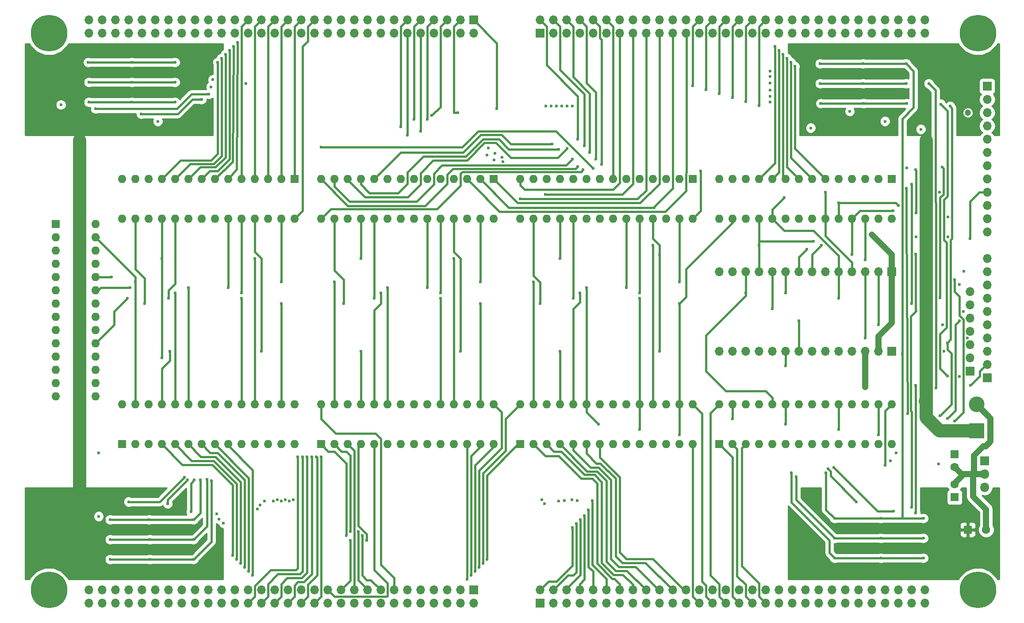
<source format=gbl>
G04 #@! TF.FileFunction,Copper,L4,Bot,Signal*
%FSLAX46Y46*%
G04 Gerber Fmt 4.6, Leading zero omitted, Abs format (unit mm)*
G04 Created by KiCad (PCBNEW (2015-09-07 BZR 6168)-product) date Monday, March 05, 2018 'PMt' 11:48:28 PM*
%MOMM*%
G01*
G04 APERTURE LIST*
%ADD10C,0.100000*%
%ADD11R,1.700000X1.700000*%
%ADD12O,1.700000X1.700000*%
%ADD13R,3.000000X3.000000*%
%ADD14C,3.000000*%
%ADD15R,1.600000X1.600000*%
%ADD16O,1.600000X1.600000*%
%ADD17C,7.000000*%
%ADD18R,1.800000X1.800000*%
%ADD19O,1.800000X1.800000*%
%ADD20C,1.600000*%
%ADD21C,1.200000*%
%ADD22C,0.600000*%
%ADD23C,2.540000*%
%ADD24C,1.200000*%
%ADD25C,0.400000*%
%ADD26C,2.540000*%
%ADD27C,0.254000*%
G04 APERTURE END LIST*
D10*
D11*
X235458000Y-48260000D03*
D12*
X235458000Y-50800000D03*
X235458000Y-53340000D03*
X235458000Y-55880000D03*
X235458000Y-58420000D03*
X235458000Y-60960000D03*
X235458000Y-63500000D03*
X235458000Y-66040000D03*
X235458000Y-68580000D03*
X235458000Y-71120000D03*
X235458000Y-73660000D03*
X235458000Y-76200000D03*
D11*
X235458000Y-104140000D03*
D12*
X235458000Y-101600000D03*
X235458000Y-99060000D03*
X235458000Y-96520000D03*
X235458000Y-93980000D03*
X235458000Y-91440000D03*
X235458000Y-88900000D03*
X235458000Y-86360000D03*
X235458000Y-83820000D03*
X235458000Y-81280000D03*
D11*
X217170000Y-83820000D03*
D12*
X214630000Y-83820000D03*
X212090000Y-83820000D03*
X209550000Y-83820000D03*
X207010000Y-83820000D03*
X204470000Y-83820000D03*
X201930000Y-83820000D03*
X199390000Y-83820000D03*
X196850000Y-83820000D03*
X194310000Y-83820000D03*
X191770000Y-83820000D03*
X189230000Y-83820000D03*
X186690000Y-83820000D03*
X184150000Y-83820000D03*
D11*
X217170000Y-99060000D03*
D12*
X214630000Y-99060000D03*
X212090000Y-99060000D03*
X209550000Y-99060000D03*
X207010000Y-99060000D03*
X204470000Y-99060000D03*
X201930000Y-99060000D03*
X199390000Y-99060000D03*
X196850000Y-99060000D03*
X194310000Y-99060000D03*
X191770000Y-99060000D03*
X189230000Y-99060000D03*
X186690000Y-99060000D03*
X184150000Y-99060000D03*
D11*
X232156000Y-102870000D03*
D12*
X232156000Y-100330000D03*
X232156000Y-97790000D03*
X232156000Y-95250000D03*
X232156000Y-92710000D03*
X232156000Y-90170000D03*
X232156000Y-87630000D03*
D13*
X233426000Y-114300000D03*
D14*
X233426000Y-109220000D03*
D15*
X217170000Y-66040000D03*
D16*
X184150000Y-73660000D03*
X214630000Y-66040000D03*
X186690000Y-73660000D03*
X212090000Y-66040000D03*
X189230000Y-73660000D03*
X209550000Y-66040000D03*
X191770000Y-73660000D03*
X207010000Y-66040000D03*
X194310000Y-73660000D03*
X204470000Y-66040000D03*
X196850000Y-73660000D03*
X201930000Y-66040000D03*
X199390000Y-73660000D03*
X199390000Y-66040000D03*
X201930000Y-73660000D03*
X196850000Y-66040000D03*
X204470000Y-73660000D03*
X194310000Y-66040000D03*
X207010000Y-73660000D03*
X191770000Y-66040000D03*
X209550000Y-73660000D03*
X189230000Y-66040000D03*
X212090000Y-73660000D03*
X186690000Y-66040000D03*
X214630000Y-73660000D03*
X184150000Y-66040000D03*
X217170000Y-73660000D03*
D15*
X179070000Y-66040000D03*
D16*
X146050000Y-73660000D03*
X176530000Y-66040000D03*
X148590000Y-73660000D03*
X173990000Y-66040000D03*
X151130000Y-73660000D03*
X171450000Y-66040000D03*
X153670000Y-73660000D03*
X168910000Y-66040000D03*
X156210000Y-73660000D03*
X166370000Y-66040000D03*
X158750000Y-73660000D03*
X163830000Y-66040000D03*
X161290000Y-73660000D03*
X161290000Y-66040000D03*
X163830000Y-73660000D03*
X158750000Y-66040000D03*
X166370000Y-73660000D03*
X156210000Y-66040000D03*
X168910000Y-73660000D03*
X153670000Y-66040000D03*
X171450000Y-73660000D03*
X151130000Y-66040000D03*
X173990000Y-73660000D03*
X148590000Y-66040000D03*
X176530000Y-73660000D03*
X146050000Y-66040000D03*
X179070000Y-73660000D03*
D15*
X140970000Y-66040000D03*
D16*
X107950000Y-73660000D03*
X138430000Y-66040000D03*
X110490000Y-73660000D03*
X135890000Y-66040000D03*
X113030000Y-73660000D03*
X133350000Y-66040000D03*
X115570000Y-73660000D03*
X130810000Y-66040000D03*
X118110000Y-73660000D03*
X128270000Y-66040000D03*
X120650000Y-73660000D03*
X125730000Y-66040000D03*
X123190000Y-73660000D03*
X123190000Y-66040000D03*
X125730000Y-73660000D03*
X120650000Y-66040000D03*
X128270000Y-73660000D03*
X118110000Y-66040000D03*
X130810000Y-73660000D03*
X115570000Y-66040000D03*
X133350000Y-73660000D03*
X113030000Y-66040000D03*
X135890000Y-73660000D03*
X110490000Y-66040000D03*
X138430000Y-73660000D03*
X107950000Y-66040000D03*
X140970000Y-73660000D03*
D15*
X102870000Y-66040000D03*
D16*
X69850000Y-73660000D03*
X100330000Y-66040000D03*
X72390000Y-73660000D03*
X97790000Y-66040000D03*
X74930000Y-73660000D03*
X95250000Y-66040000D03*
X77470000Y-73660000D03*
X92710000Y-66040000D03*
X80010000Y-73660000D03*
X90170000Y-66040000D03*
X82550000Y-73660000D03*
X87630000Y-66040000D03*
X85090000Y-73660000D03*
X85090000Y-66040000D03*
X87630000Y-73660000D03*
X82550000Y-66040000D03*
X90170000Y-73660000D03*
X80010000Y-66040000D03*
X92710000Y-73660000D03*
X77470000Y-66040000D03*
X95250000Y-73660000D03*
X74930000Y-66040000D03*
X97790000Y-73660000D03*
X72390000Y-66040000D03*
X100330000Y-73660000D03*
X69850000Y-66040000D03*
X102870000Y-73660000D03*
D15*
X57150000Y-74676000D03*
D16*
X64770000Y-107696000D03*
X57150000Y-77216000D03*
X64770000Y-105156000D03*
X57150000Y-79756000D03*
X64770000Y-102616000D03*
X57150000Y-82296000D03*
X64770000Y-100076000D03*
X57150000Y-84836000D03*
X64770000Y-97536000D03*
X57150000Y-87376000D03*
X64770000Y-94996000D03*
X57150000Y-89916000D03*
X64770000Y-92456000D03*
X57150000Y-92456000D03*
X64770000Y-89916000D03*
X57150000Y-94996000D03*
X64770000Y-87376000D03*
X57150000Y-97536000D03*
X64770000Y-84836000D03*
X57150000Y-100076000D03*
X64770000Y-82296000D03*
X57150000Y-102616000D03*
X64770000Y-79756000D03*
X57150000Y-105156000D03*
X64770000Y-77216000D03*
X57150000Y-107696000D03*
X64770000Y-74676000D03*
D15*
X69850000Y-116840000D03*
D16*
X102870000Y-109220000D03*
X72390000Y-116840000D03*
X100330000Y-109220000D03*
X74930000Y-116840000D03*
X97790000Y-109220000D03*
X77470000Y-116840000D03*
X95250000Y-109220000D03*
X80010000Y-116840000D03*
X92710000Y-109220000D03*
X82550000Y-116840000D03*
X90170000Y-109220000D03*
X85090000Y-116840000D03*
X87630000Y-109220000D03*
X87630000Y-116840000D03*
X85090000Y-109220000D03*
X90170000Y-116840000D03*
X82550000Y-109220000D03*
X92710000Y-116840000D03*
X80010000Y-109220000D03*
X95250000Y-116840000D03*
X77470000Y-109220000D03*
X97790000Y-116840000D03*
X74930000Y-109220000D03*
X100330000Y-116840000D03*
X72390000Y-109220000D03*
X102870000Y-116840000D03*
X69850000Y-109220000D03*
D15*
X107950000Y-116840000D03*
D16*
X140970000Y-109220000D03*
X110490000Y-116840000D03*
X138430000Y-109220000D03*
X113030000Y-116840000D03*
X135890000Y-109220000D03*
X115570000Y-116840000D03*
X133350000Y-109220000D03*
X118110000Y-116840000D03*
X130810000Y-109220000D03*
X120650000Y-116840000D03*
X128270000Y-109220000D03*
X123190000Y-116840000D03*
X125730000Y-109220000D03*
X125730000Y-116840000D03*
X123190000Y-109220000D03*
X128270000Y-116840000D03*
X120650000Y-109220000D03*
X130810000Y-116840000D03*
X118110000Y-109220000D03*
X133350000Y-116840000D03*
X115570000Y-109220000D03*
X135890000Y-116840000D03*
X113030000Y-109220000D03*
X138430000Y-116840000D03*
X110490000Y-109220000D03*
X140970000Y-116840000D03*
X107950000Y-109220000D03*
D15*
X146050000Y-116840000D03*
D16*
X179070000Y-109220000D03*
X148590000Y-116840000D03*
X176530000Y-109220000D03*
X151130000Y-116840000D03*
X173990000Y-109220000D03*
X153670000Y-116840000D03*
X171450000Y-109220000D03*
X156210000Y-116840000D03*
X168910000Y-109220000D03*
X158750000Y-116840000D03*
X166370000Y-109220000D03*
X161290000Y-116840000D03*
X163830000Y-109220000D03*
X163830000Y-116840000D03*
X161290000Y-109220000D03*
X166370000Y-116840000D03*
X158750000Y-109220000D03*
X168910000Y-116840000D03*
X156210000Y-109220000D03*
X171450000Y-116840000D03*
X153670000Y-109220000D03*
X173990000Y-116840000D03*
X151130000Y-109220000D03*
X176530000Y-116840000D03*
X148590000Y-109220000D03*
X179070000Y-116840000D03*
X146050000Y-109220000D03*
D15*
X184150000Y-116840000D03*
D16*
X217170000Y-109220000D03*
X186690000Y-116840000D03*
X214630000Y-109220000D03*
X189230000Y-116840000D03*
X212090000Y-109220000D03*
X191770000Y-116840000D03*
X209550000Y-109220000D03*
X194310000Y-116840000D03*
X207010000Y-109220000D03*
X196850000Y-116840000D03*
X204470000Y-109220000D03*
X199390000Y-116840000D03*
X201930000Y-109220000D03*
X201930000Y-116840000D03*
X199390000Y-109220000D03*
X204470000Y-116840000D03*
X196850000Y-109220000D03*
X207010000Y-116840000D03*
X194310000Y-109220000D03*
X209550000Y-116840000D03*
X191770000Y-109220000D03*
X212090000Y-116840000D03*
X189230000Y-109220000D03*
X214630000Y-116840000D03*
X186690000Y-109220000D03*
X217170000Y-116840000D03*
X184150000Y-109220000D03*
D11*
X137160000Y-35560000D03*
D12*
X137160000Y-38100000D03*
X134620000Y-35560000D03*
X134620000Y-38100000D03*
X132080000Y-35560000D03*
X132080000Y-38100000D03*
X129540000Y-35560000D03*
X129540000Y-38100000D03*
X127000000Y-35560000D03*
X127000000Y-38100000D03*
X124460000Y-35560000D03*
X124460000Y-38100000D03*
X121920000Y-35560000D03*
X121920000Y-38100000D03*
X119380000Y-35560000D03*
X119380000Y-38100000D03*
X116840000Y-35560000D03*
X116840000Y-38100000D03*
X114300000Y-35560000D03*
X114300000Y-38100000D03*
X111760000Y-35560000D03*
X111760000Y-38100000D03*
X109220000Y-35560000D03*
X109220000Y-38100000D03*
X106680000Y-35560000D03*
X106680000Y-38100000D03*
X104140000Y-35560000D03*
X104140000Y-38100000D03*
X101600000Y-35560000D03*
X101600000Y-38100000D03*
X99060000Y-35560000D03*
X99060000Y-38100000D03*
X96520000Y-35560000D03*
X96520000Y-38100000D03*
X93980000Y-35560000D03*
X93980000Y-38100000D03*
X91440000Y-35560000D03*
X91440000Y-38100000D03*
X88900000Y-35560000D03*
X88900000Y-38100000D03*
X86360000Y-35560000D03*
X86360000Y-38100000D03*
X83820000Y-35560000D03*
X83820000Y-38100000D03*
X81280000Y-35560000D03*
X81280000Y-38100000D03*
X78740000Y-35560000D03*
X78740000Y-38100000D03*
X76200000Y-35560000D03*
X76200000Y-38100000D03*
X73660000Y-35560000D03*
X73660000Y-38100000D03*
X71120000Y-35560000D03*
X71120000Y-38100000D03*
X68580000Y-35560000D03*
X68580000Y-38100000D03*
X66040000Y-35560000D03*
X66040000Y-38100000D03*
X63500000Y-35560000D03*
X63500000Y-38100000D03*
D11*
X137160000Y-144780000D03*
D12*
X137160000Y-147320000D03*
X134620000Y-144780000D03*
X134620000Y-147320000D03*
X132080000Y-144780000D03*
X132080000Y-147320000D03*
X129540000Y-144780000D03*
X129540000Y-147320000D03*
X127000000Y-144780000D03*
X127000000Y-147320000D03*
X124460000Y-144780000D03*
X124460000Y-147320000D03*
X121920000Y-144780000D03*
X121920000Y-147320000D03*
X119380000Y-144780000D03*
X119380000Y-147320000D03*
X116840000Y-144780000D03*
X116840000Y-147320000D03*
X114300000Y-144780000D03*
X114300000Y-147320000D03*
X111760000Y-144780000D03*
X111760000Y-147320000D03*
X109220000Y-144780000D03*
X109220000Y-147320000D03*
X106680000Y-144780000D03*
X106680000Y-147320000D03*
X104140000Y-144780000D03*
X104140000Y-147320000D03*
X101600000Y-144780000D03*
X101600000Y-147320000D03*
X99060000Y-144780000D03*
X99060000Y-147320000D03*
X96520000Y-144780000D03*
X96520000Y-147320000D03*
X93980000Y-144780000D03*
X93980000Y-147320000D03*
X91440000Y-144780000D03*
X91440000Y-147320000D03*
X88900000Y-144780000D03*
X88900000Y-147320000D03*
X86360000Y-144780000D03*
X86360000Y-147320000D03*
X83820000Y-144780000D03*
X83820000Y-147320000D03*
X81280000Y-144780000D03*
X81280000Y-147320000D03*
X78740000Y-144780000D03*
X78740000Y-147320000D03*
X76200000Y-144780000D03*
X76200000Y-147320000D03*
X73660000Y-144780000D03*
X73660000Y-147320000D03*
X71120000Y-144780000D03*
X71120000Y-147320000D03*
X68580000Y-144780000D03*
X68580000Y-147320000D03*
X66040000Y-144780000D03*
X66040000Y-147320000D03*
X63500000Y-144780000D03*
X63500000Y-147320000D03*
D11*
X149860000Y-38100000D03*
D12*
X149860000Y-35560000D03*
X152400000Y-38100000D03*
X152400000Y-35560000D03*
X154940000Y-38100000D03*
X154940000Y-35560000D03*
X157480000Y-38100000D03*
X157480000Y-35560000D03*
X160020000Y-38100000D03*
X160020000Y-35560000D03*
X162560000Y-38100000D03*
X162560000Y-35560000D03*
X165100000Y-38100000D03*
X165100000Y-35560000D03*
X167640000Y-38100000D03*
X167640000Y-35560000D03*
X170180000Y-38100000D03*
X170180000Y-35560000D03*
X172720000Y-38100000D03*
X172720000Y-35560000D03*
X175260000Y-38100000D03*
X175260000Y-35560000D03*
X177800000Y-38100000D03*
X177800000Y-35560000D03*
X180340000Y-38100000D03*
X180340000Y-35560000D03*
X182880000Y-38100000D03*
X182880000Y-35560000D03*
X185420000Y-38100000D03*
X185420000Y-35560000D03*
X187960000Y-38100000D03*
X187960000Y-35560000D03*
X190500000Y-38100000D03*
X190500000Y-35560000D03*
X193040000Y-38100000D03*
X193040000Y-35560000D03*
X195580000Y-38100000D03*
X195580000Y-35560000D03*
X198120000Y-38100000D03*
X198120000Y-35560000D03*
X200660000Y-38100000D03*
X200660000Y-35560000D03*
X203200000Y-38100000D03*
X203200000Y-35560000D03*
X205740000Y-38100000D03*
X205740000Y-35560000D03*
X208280000Y-38100000D03*
X208280000Y-35560000D03*
X210820000Y-38100000D03*
X210820000Y-35560000D03*
X213360000Y-38100000D03*
X213360000Y-35560000D03*
X215900000Y-38100000D03*
X215900000Y-35560000D03*
X218440000Y-38100000D03*
X218440000Y-35560000D03*
X220980000Y-38100000D03*
X220980000Y-35560000D03*
X223520000Y-38100000D03*
X223520000Y-35560000D03*
D11*
X149860000Y-147320000D03*
D12*
X149860000Y-144780000D03*
X152400000Y-147320000D03*
X152400000Y-144780000D03*
X154940000Y-147320000D03*
X154940000Y-144780000D03*
X157480000Y-147320000D03*
X157480000Y-144780000D03*
X160020000Y-147320000D03*
X160020000Y-144780000D03*
X162560000Y-147320000D03*
X162560000Y-144780000D03*
X165100000Y-147320000D03*
X165100000Y-144780000D03*
X167640000Y-147320000D03*
X167640000Y-144780000D03*
X170180000Y-147320000D03*
X170180000Y-144780000D03*
X172720000Y-147320000D03*
X172720000Y-144780000D03*
X175260000Y-147320000D03*
X175260000Y-144780000D03*
X177800000Y-147320000D03*
X177800000Y-144780000D03*
X180340000Y-147320000D03*
X180340000Y-144780000D03*
X182880000Y-147320000D03*
X182880000Y-144780000D03*
X185420000Y-147320000D03*
X185420000Y-144780000D03*
X187960000Y-147320000D03*
X187960000Y-144780000D03*
X190500000Y-147320000D03*
X190500000Y-144780000D03*
X193040000Y-147320000D03*
X193040000Y-144780000D03*
X195580000Y-147320000D03*
X195580000Y-144780000D03*
X198120000Y-147320000D03*
X198120000Y-144780000D03*
X200660000Y-147320000D03*
X200660000Y-144780000D03*
X203200000Y-147320000D03*
X203200000Y-144780000D03*
X205740000Y-147320000D03*
X205740000Y-144780000D03*
X208280000Y-147320000D03*
X208280000Y-144780000D03*
X210820000Y-147320000D03*
X210820000Y-144780000D03*
X213360000Y-147320000D03*
X213360000Y-144780000D03*
X215900000Y-147320000D03*
X215900000Y-144780000D03*
X218440000Y-147320000D03*
X218440000Y-144780000D03*
X220980000Y-147320000D03*
X220980000Y-144780000D03*
X223520000Y-147320000D03*
X223520000Y-144780000D03*
D17*
X233680000Y-38100000D03*
X55880000Y-38100000D03*
X55880000Y-144780000D03*
X233680000Y-144780000D03*
D18*
X234950000Y-120015000D03*
D19*
X234950000Y-122555000D03*
X234950000Y-125095000D03*
D15*
X229235000Y-118745000D03*
D20*
X229235000Y-121245000D03*
D15*
X231775000Y-133223000D03*
D20*
X235275000Y-133223000D03*
D15*
X229235000Y-127000000D03*
D20*
X229235000Y-124500000D03*
D21*
X212090000Y-105918000D03*
X231775000Y-53340000D03*
X213360000Y-76708000D03*
D22*
X221869000Y-77089000D03*
X219964000Y-67818000D03*
X220218000Y-110998000D03*
X212090000Y-81534000D03*
X84836000Y-123698000D03*
X197993000Y-122301000D03*
X83566000Y-131318000D03*
X75057000Y-131318000D03*
X67564000Y-131318000D03*
X86868000Y-48387000D03*
X193929000Y-47625000D03*
X227838000Y-103759000D03*
X226568000Y-51689000D03*
X206248000Y-138684000D03*
X215138000Y-138684000D03*
X223266000Y-138684000D03*
X63373000Y-43688000D03*
X80010000Y-43688000D03*
X71755000Y-43688000D03*
X203581000Y-51562000D03*
X211836000Y-51562000D03*
X220091000Y-51562000D03*
X198882000Y-123063000D03*
X86106000Y-123571000D03*
X83566000Y-135128000D03*
X75184000Y-135128000D03*
X67564000Y-135128000D03*
X87249000Y-46990000D03*
X193929000Y-46355000D03*
X224282000Y-47752000D03*
X225679000Y-106045000D03*
X221742000Y-130048000D03*
X221742000Y-105537000D03*
X206248000Y-134874000D03*
X215138000Y-134874000D03*
X223266000Y-134874000D03*
X63500000Y-47498000D03*
X71755000Y-47498000D03*
X80010000Y-47498000D03*
X203454000Y-47752000D03*
X211709000Y-47752000D03*
X219964000Y-47752000D03*
X204597000Y-122301000D03*
X86995000Y-123825000D03*
X83566000Y-138938000D03*
X75184000Y-138938000D03*
X67564000Y-138938000D03*
X193929000Y-45339000D03*
X219202000Y-99568000D03*
X206248000Y-131064000D03*
X223266000Y-131064000D03*
X215138000Y-131064000D03*
X63500000Y-51308000D03*
X71755000Y-51308000D03*
X80010000Y-51308000D03*
X203454000Y-43942000D03*
X219964000Y-43942000D03*
X211709000Y-43942000D03*
X78613000Y-128270000D03*
X82423000Y-123698000D03*
X206121000Y-121285000D03*
X226441000Y-111379000D03*
X217551000Y-129667000D03*
X73533000Y-53594000D03*
X85090000Y-50800000D03*
X193929000Y-50165000D03*
X228346000Y-52070000D03*
X209169000Y-53086000D03*
X227838000Y-97409000D03*
X71120000Y-127889000D03*
X81788000Y-123190000D03*
X216916000Y-120015000D03*
X193929000Y-49022000D03*
X86487000Y-49784000D03*
X64770000Y-52578000D03*
X221742000Y-80391000D03*
X215900000Y-54991000D03*
X220980000Y-128905000D03*
X221869000Y-91313000D03*
X83693000Y-123698000D03*
X83058000Y-129794000D03*
X204978000Y-121539000D03*
X230124000Y-93218000D03*
X227838000Y-111887000D03*
X210439000Y-127889000D03*
X193929000Y-51308000D03*
X93599000Y-47752000D03*
X76708000Y-54991000D03*
X201676000Y-56261000D03*
X226822000Y-63754000D03*
X226441000Y-88773000D03*
X220091000Y-63881000D03*
X141605000Y-52578000D03*
X134112000Y-53340000D03*
X129159000Y-53848000D03*
X128270000Y-54610000D03*
X125730000Y-54610000D03*
X127000000Y-56896000D03*
X180594000Y-64516000D03*
X123190000Y-56007000D03*
X124460000Y-57658000D03*
X91059000Y-138176000D03*
X91821000Y-138938000D03*
X92583000Y-139700000D03*
X93345000Y-140462000D03*
X94107000Y-141224000D03*
X94869000Y-141986000D03*
X135890000Y-142748000D03*
X115824000Y-134366000D03*
X112776000Y-134366000D03*
X136652000Y-141986000D03*
X113538000Y-133604000D03*
X115062000Y-133604000D03*
X137414000Y-141224000D03*
X138176000Y-140462000D03*
X113538000Y-135255000D03*
X116713000Y-135255000D03*
X138938000Y-139700000D03*
X139700000Y-138938000D03*
X102616000Y-127508000D03*
X150241000Y-127508000D03*
X107950000Y-119253000D03*
X101854000Y-127762000D03*
X150749000Y-128270000D03*
X107061000Y-119253000D03*
X153416000Y-127762000D03*
X101092000Y-127508000D03*
X106172000Y-119253000D03*
X154559000Y-127635000D03*
X100330000Y-127762000D03*
X105283000Y-119253000D03*
X155956000Y-127508000D03*
X99568000Y-127508000D03*
X104394000Y-119253000D03*
X156972000Y-127635000D03*
X98806000Y-127762000D03*
X103505000Y-119253000D03*
X198628000Y-44450000D03*
X157099000Y-58420000D03*
X197866000Y-43688000D03*
X158369000Y-59690000D03*
X197104000Y-42926000D03*
X159385000Y-60960000D03*
X196342000Y-42164000D03*
X160528000Y-62230000D03*
X195580000Y-41402000D03*
X161671000Y-63246000D03*
X194818000Y-40640000D03*
X152146000Y-59309000D03*
X150876000Y-68961000D03*
X153416000Y-60325000D03*
X146050000Y-69850000D03*
X155067000Y-60198000D03*
X156083000Y-62230000D03*
X157099000Y-63627000D03*
X158115000Y-64262000D03*
X179070000Y-48133000D03*
X139954000Y-60071000D03*
X151003000Y-52070000D03*
X152019000Y-52070000D03*
X139700000Y-61468000D03*
X181610000Y-48895000D03*
X184150000Y-49657000D03*
X141224000Y-61087000D03*
X153035000Y-52070000D03*
X186690000Y-50419000D03*
X154051000Y-52070000D03*
X141097000Y-62357000D03*
X189230000Y-51181000D03*
X142621000Y-61849000D03*
X155067000Y-52070000D03*
X191770000Y-51943000D03*
X156083000Y-52070000D03*
X142748000Y-62738000D03*
X89281000Y-131953000D03*
X156083000Y-132842000D03*
X88392000Y-131191000D03*
X156845000Y-132080000D03*
X88011000Y-130175000D03*
X157607000Y-131318000D03*
X95758000Y-129286000D03*
X158369000Y-130556000D03*
X96266000Y-128524000D03*
X159131000Y-129413000D03*
X97155000Y-127762000D03*
X159893000Y-127635000D03*
X215900000Y-120904000D03*
X220980000Y-89916000D03*
X220980000Y-67056000D03*
X149860000Y-89916000D03*
X176530000Y-115062000D03*
X214630000Y-115062000D03*
X176530000Y-89916000D03*
X138430000Y-89916000D03*
X100330000Y-89916000D03*
X112268000Y-89916000D03*
X74168000Y-89916000D03*
X92710000Y-88900000D03*
X70866000Y-88900000D03*
X196596000Y-69596000D03*
X207010000Y-114046000D03*
X168910000Y-114046000D03*
X168910000Y-88900000D03*
X130810000Y-88900000D03*
X156210000Y-88900000D03*
X118110000Y-88900000D03*
X78740000Y-88900000D03*
X207010000Y-88900000D03*
X186690000Y-112014000D03*
X72390000Y-85725000D03*
X110490000Y-85725000D03*
X138430000Y-85725000D03*
X148590000Y-85725000D03*
X176530000Y-85725000D03*
X100330000Y-85725000D03*
X226314000Y-68580000D03*
X204470000Y-68580000D03*
X71374000Y-86868000D03*
X196850000Y-113030000D03*
X161036000Y-113030000D03*
X158750000Y-86868000D03*
X120650000Y-86868000D03*
X82550000Y-86868000D03*
X90170000Y-86868000D03*
X128270000Y-86868000D03*
X166370000Y-86868000D03*
X202184000Y-77978000D03*
X232156000Y-77470000D03*
X77470000Y-100330000D03*
X171450000Y-78740000D03*
X133350000Y-81280000D03*
X95250000Y-81280000D03*
X77470000Y-81280000D03*
X115570000Y-81280000D03*
X191770000Y-78740000D03*
X153670000Y-81280000D03*
X218440000Y-71120000D03*
X67818000Y-84836000D03*
X157480000Y-87884000D03*
X119380000Y-87884000D03*
X207010000Y-70612000D03*
X80010000Y-87884000D03*
X92710000Y-87884000D03*
X130810000Y-87884000D03*
X168910000Y-87884000D03*
X189230000Y-87884000D03*
X217424000Y-72136000D03*
X78994000Y-99060000D03*
X172720000Y-80518000D03*
X209550000Y-80518000D03*
X96520000Y-99060000D03*
X172720000Y-99060000D03*
X134620000Y-99060000D03*
X115570000Y-99060000D03*
X153670000Y-99060000D03*
X91948000Y-39878000D03*
X91186000Y-40640000D03*
X90424000Y-41402000D03*
X89662000Y-42164000D03*
X88900000Y-42926000D03*
X88138000Y-43688000D03*
X56007000Y-55245000D03*
X229870000Y-54483000D03*
D23*
X61722000Y-125603000D03*
X61722000Y-58674000D03*
X223774000Y-58674000D03*
D22*
X222885000Y-88773000D03*
X223139000Y-80264000D03*
X224155000Y-74803000D03*
X230124000Y-103886000D03*
X196850000Y-101854000D03*
X232283000Y-105537000D03*
X227203000Y-99060000D03*
X231648000Y-96520000D03*
X212090000Y-96520000D03*
X226949000Y-93980000D03*
X214630000Y-93980000D03*
X230886000Y-91440000D03*
X199390000Y-93218000D03*
X194310000Y-90932000D03*
X231013000Y-83693000D03*
X196850000Y-87884000D03*
X227965000Y-77089000D03*
X200914000Y-79502000D03*
X203708000Y-78740000D03*
X58166000Y-51816000D03*
X107950000Y-59944000D03*
X160020000Y-64008000D03*
X221742000Y-64262000D03*
X221869000Y-72517000D03*
X227965000Y-73279000D03*
X222758000Y-56515000D03*
X218059000Y-118491000D03*
X65405000Y-130683000D03*
X230124000Y-86233000D03*
X65405000Y-118491000D03*
X229235000Y-112395000D03*
X229235000Y-85344000D03*
X226187000Y-120650000D03*
D24*
X212090000Y-99060000D02*
X212090000Y-105918000D01*
X217170000Y-83820000D02*
X217170000Y-80518000D01*
X213360000Y-76708000D02*
X217170000Y-80518000D01*
X214630000Y-99060000D02*
X214630000Y-96139000D01*
X214630000Y-96139000D02*
X217170000Y-93599000D01*
X217170000Y-93599000D02*
X217170000Y-83820000D01*
X232791000Y-122682000D02*
X232918000Y-122555000D01*
X236093000Y-111887000D02*
X233426000Y-109220000D01*
X236093000Y-116332000D02*
X236093000Y-111887000D01*
X235204000Y-117221000D02*
X236093000Y-116332000D01*
X234696000Y-117221000D02*
X235204000Y-117221000D01*
X232918000Y-118999000D02*
X234696000Y-117221000D01*
X232918000Y-122555000D02*
X232918000Y-118999000D01*
X235275000Y-133223000D02*
X235275000Y-129357000D01*
X232791000Y-126873000D02*
X232791000Y-122682000D01*
X232791000Y-122682000D02*
X232791000Y-122555000D01*
X235275000Y-129357000D02*
X232791000Y-126873000D01*
X229235000Y-124500000D02*
X229235000Y-124333000D01*
X229235000Y-124333000D02*
X231013000Y-122555000D01*
X234950000Y-122555000D02*
X232791000Y-122555000D01*
X232791000Y-122555000D02*
X231013000Y-122555000D01*
X231013000Y-122555000D02*
X230545000Y-122555000D01*
X230545000Y-122555000D02*
X229235000Y-121245000D01*
D25*
X219964000Y-73406000D02*
X219964000Y-71882000D01*
X219964000Y-71882000D02*
X219964000Y-67818000D01*
X220218000Y-110998000D02*
X219964000Y-74168000D01*
X219964000Y-74168000D02*
X219964000Y-73406000D01*
X212090000Y-81534000D02*
X212090000Y-73660000D01*
X206248000Y-138684000D02*
X205232000Y-137668000D01*
X84836000Y-130048000D02*
X83566000Y-131318000D01*
X84836000Y-123698000D02*
X84836000Y-130048000D01*
X197993000Y-128016000D02*
X197993000Y-122301000D01*
X205232000Y-135255000D02*
X197993000Y-128016000D01*
X205232000Y-137668000D02*
X205232000Y-135255000D01*
X75057000Y-131318000D02*
X83566000Y-131318000D01*
X67564000Y-131318000D02*
X75057000Y-131318000D01*
X227838000Y-103759000D02*
X226441000Y-102362000D01*
X227838000Y-52959000D02*
X226568000Y-51689000D01*
X227838000Y-69342000D02*
X227838000Y-52959000D01*
X227203000Y-69977000D02*
X227838000Y-69342000D01*
X227203000Y-77724000D02*
X227203000Y-69977000D01*
X227711000Y-78232000D02*
X227203000Y-77724000D01*
X227711000Y-94488000D02*
X227711000Y-78232000D01*
X226441000Y-95758000D02*
X227711000Y-94488000D01*
X226441000Y-102362000D02*
X226441000Y-95758000D01*
X215138000Y-138684000D02*
X206248000Y-138684000D01*
X223266000Y-138684000D02*
X215138000Y-138684000D01*
X71755000Y-43688000D02*
X63373000Y-43688000D01*
X80010000Y-43688000D02*
X71755000Y-43688000D01*
X211836000Y-51562000D02*
X203581000Y-51562000D01*
X220091000Y-51562000D02*
X211836000Y-51562000D01*
X198882000Y-127508000D02*
X198882000Y-123063000D01*
X206248000Y-134874000D02*
X198882000Y-127508000D01*
X86106000Y-132588000D02*
X83566000Y-135128000D01*
X86106000Y-123571000D02*
X86106000Y-132588000D01*
X75184000Y-135128000D02*
X83566000Y-135128000D01*
X67564000Y-135128000D02*
X75184000Y-135128000D01*
X225552000Y-49022000D02*
X224282000Y-47752000D01*
X225552000Y-70485000D02*
X225552000Y-49022000D01*
X225679000Y-70612000D02*
X225552000Y-70485000D01*
X225679000Y-106045000D02*
X225679000Y-70612000D01*
X221742000Y-105537000D02*
X221742000Y-130048000D01*
X215138000Y-134874000D02*
X206248000Y-134874000D01*
X223266000Y-134874000D02*
X215138000Y-134874000D01*
X71755000Y-47498000D02*
X63500000Y-47498000D01*
X80010000Y-47498000D02*
X71755000Y-47498000D01*
X211709000Y-47752000D02*
X203454000Y-47752000D01*
X219964000Y-47752000D02*
X211709000Y-47752000D01*
X204597000Y-129413000D02*
X204597000Y-122301000D01*
X86995000Y-123825000D02*
X86995000Y-135509000D01*
X83566000Y-138938000D02*
X86995000Y-135509000D01*
X204597000Y-129413000D02*
X206248000Y-131064000D01*
X75184000Y-138938000D02*
X83566000Y-138938000D01*
X67564000Y-138938000D02*
X75184000Y-138938000D01*
X219202000Y-99568000D02*
X219202000Y-131064000D01*
X219202000Y-72898000D02*
X219202000Y-54483000D01*
X219202000Y-99568000D02*
X219202000Y-72898000D01*
X221361000Y-45339000D02*
X219964000Y-43942000D01*
X221361000Y-52324000D02*
X221361000Y-45339000D01*
X219202000Y-54483000D02*
X221361000Y-52324000D01*
X215138000Y-131064000D02*
X206248000Y-131064000D01*
X223266000Y-131064000D02*
X219202000Y-131064000D01*
X219202000Y-131064000D02*
X215138000Y-131064000D01*
X71755000Y-51308000D02*
X63500000Y-51308000D01*
X80010000Y-51308000D02*
X71755000Y-51308000D01*
X211709000Y-43942000D02*
X203454000Y-43942000D01*
X219964000Y-43942000D02*
X211709000Y-43942000D01*
X217551000Y-129667000D02*
X214503000Y-129667000D01*
X78613000Y-127508000D02*
X78613000Y-128270000D01*
X82423000Y-123698000D02*
X78613000Y-127508000D01*
X214503000Y-129667000D02*
X206121000Y-121285000D01*
X227838000Y-98679000D02*
X228600000Y-99441000D01*
X228600000Y-99441000D02*
X228600000Y-109220000D01*
X228600000Y-109220000D02*
X226441000Y-111379000D01*
X227838000Y-97409000D02*
X227838000Y-98679000D01*
X80518000Y-53594000D02*
X73533000Y-53594000D01*
X83312000Y-50800000D02*
X80518000Y-53594000D01*
X85090000Y-50800000D02*
X83312000Y-50800000D01*
X228473000Y-96774000D02*
X228473000Y-77724000D01*
X228473000Y-77724000D02*
X228727000Y-77470000D01*
X228727000Y-77470000D02*
X228727000Y-52451000D01*
X228727000Y-52451000D02*
X228346000Y-52070000D01*
X227838000Y-97409000D02*
X228473000Y-96774000D01*
X77089000Y-127889000D02*
X71120000Y-127889000D01*
X81788000Y-123190000D02*
X77089000Y-127889000D01*
X86487000Y-49784000D02*
X83185000Y-49784000D01*
X80391000Y-52578000D02*
X64770000Y-52578000D01*
X83185000Y-49784000D02*
X80391000Y-52578000D01*
X221742000Y-91186000D02*
X221742000Y-80391000D01*
X221869000Y-91313000D02*
X221742000Y-91186000D01*
X220980000Y-110617000D02*
X220980000Y-128905000D01*
X220853000Y-110490000D02*
X220980000Y-110617000D01*
X220853000Y-92329000D02*
X220853000Y-110490000D01*
X221869000Y-91313000D02*
X220853000Y-92329000D01*
X83693000Y-123698000D02*
X83058000Y-124333000D01*
X83058000Y-124333000D02*
X83058000Y-129794000D01*
X205486000Y-122936000D02*
X205486000Y-122047000D01*
X205486000Y-122936000D02*
X210439000Y-127889000D01*
X205486000Y-122047000D02*
X204978000Y-121539000D01*
X230124000Y-93218000D02*
X229362000Y-93980000D01*
X229362000Y-94234000D02*
X229362000Y-110363000D01*
X229362000Y-110363000D02*
X227838000Y-111887000D01*
X229362000Y-93980000D02*
X229362000Y-94234000D01*
X227076000Y-64008000D02*
X226822000Y-63754000D01*
X227076000Y-68961000D02*
X227076000Y-64008000D01*
X226441000Y-69596000D02*
X227076000Y-68961000D01*
X226441000Y-88773000D02*
X226441000Y-69596000D01*
X137160000Y-35560000D02*
X141605000Y-40005000D01*
X141605000Y-44577000D02*
X141605000Y-40005000D01*
X141605000Y-52578000D02*
X141605000Y-44577000D01*
X133350000Y-36830000D02*
X134620000Y-35560000D01*
X133350000Y-53340000D02*
X133350000Y-36830000D01*
X134112000Y-53340000D02*
X133350000Y-53340000D01*
X130810000Y-36830000D02*
X132080000Y-35560000D01*
X130810000Y-52197000D02*
X130810000Y-36830000D01*
X129159000Y-53848000D02*
X130810000Y-52197000D01*
X128270000Y-54610000D02*
X128270000Y-36830000D01*
X129540000Y-35560000D02*
X128270000Y-36830000D01*
X125730000Y-36830000D02*
X127000000Y-35560000D01*
X125730000Y-54610000D02*
X125730000Y-36830000D01*
X179070000Y-73660000D02*
X180594000Y-72136000D01*
X127000000Y-56896000D02*
X127000000Y-38100000D01*
X180594000Y-72136000D02*
X180594000Y-64516000D01*
X123190000Y-36830000D02*
X124460000Y-35560000D01*
X123190000Y-55499000D02*
X123190000Y-36830000D01*
X123190000Y-56007000D02*
X123190000Y-55499000D01*
X124460000Y-57658000D02*
X124460000Y-38100000D01*
X81407000Y-120777000D02*
X87122000Y-120777000D01*
X87122000Y-120777000D02*
X91059000Y-124714000D01*
X91059000Y-124714000D02*
X91059000Y-138176000D01*
X77470000Y-116840000D02*
X81407000Y-120777000D01*
X80010000Y-116840000D02*
X83185000Y-120015000D01*
X91821000Y-124460000D02*
X91821000Y-138938000D01*
X87376000Y-120015000D02*
X91821000Y-124460000D01*
X83185000Y-120015000D02*
X87376000Y-120015000D01*
X84963000Y-119253000D02*
X87757000Y-119253000D01*
X87757000Y-119253000D02*
X92583000Y-124079000D01*
X92583000Y-124079000D02*
X92583000Y-139700000D01*
X82550000Y-116840000D02*
X84963000Y-119253000D01*
X85090000Y-116840000D02*
X86741000Y-118491000D01*
X93345000Y-123698000D02*
X93345000Y-140462000D01*
X88138000Y-118491000D02*
X93345000Y-123698000D01*
X86741000Y-118491000D02*
X88138000Y-118491000D01*
X87630000Y-116840000D02*
X94107000Y-123317000D01*
X94107000Y-123317000D02*
X94107000Y-141224000D01*
X90170000Y-116840000D02*
X90170000Y-117094000D01*
X90170000Y-117094000D02*
X94869000Y-121793000D01*
X94869000Y-121793000D02*
X94869000Y-141986000D01*
X107950000Y-109220000D02*
X107950000Y-112014000D01*
X107950000Y-112014000D02*
X110744000Y-114808000D01*
X110744000Y-114808000D02*
X118364000Y-114808000D01*
X118364000Y-114808000D02*
X119380000Y-115824000D01*
X119380000Y-115824000D02*
X119380000Y-139954000D01*
X119380000Y-139954000D02*
X121920000Y-142494000D01*
X121920000Y-142494000D02*
X121920000Y-144780000D01*
X135890000Y-116840000D02*
X135890000Y-142748000D01*
X119380000Y-144780000D02*
X117475000Y-142875000D01*
X117475000Y-142875000D02*
X116713000Y-142875000D01*
X116713000Y-142875000D02*
X115824000Y-141986000D01*
X115824000Y-141986000D02*
X115824000Y-134366000D01*
X112776000Y-134366000D02*
X112776000Y-126111000D01*
X112776000Y-126111000D02*
X112776000Y-120523000D01*
X112776000Y-120523000D02*
X110490000Y-118237000D01*
X110490000Y-118237000D02*
X109347000Y-118237000D01*
X109347000Y-118237000D02*
X107950000Y-116840000D01*
X136652000Y-119126000D02*
X136652000Y-141986000D01*
X138430000Y-117348000D02*
X136652000Y-119126000D01*
X138430000Y-116840000D02*
X138430000Y-117348000D01*
X116840000Y-144653000D02*
X115062000Y-142875000D01*
X111887000Y-118237000D02*
X110490000Y-116840000D01*
X112776000Y-118237000D02*
X111887000Y-118237000D01*
X113538000Y-118999000D02*
X112776000Y-118237000D01*
X113538000Y-133604000D02*
X113538000Y-118999000D01*
X115062000Y-142875000D02*
X115062000Y-133604000D01*
X116840000Y-144780000D02*
X116840000Y-144653000D01*
X137414000Y-120904000D02*
X137414000Y-141224000D01*
X140970000Y-117348000D02*
X137414000Y-120904000D01*
X140970000Y-116840000D02*
X140970000Y-117348000D01*
X114300000Y-144780000D02*
X114300000Y-118110000D01*
X114300000Y-118110000D02*
X113030000Y-116840000D01*
X142494000Y-110744000D02*
X142494000Y-117602000D01*
X142494000Y-117602000D02*
X138176000Y-121920000D01*
X138176000Y-121920000D02*
X138176000Y-140462000D01*
X140970000Y-109220000D02*
X142494000Y-110744000D01*
X111760000Y-144780000D02*
X113538000Y-143002000D01*
X113538000Y-143002000D02*
X113538000Y-135255000D01*
X116713000Y-135255000D02*
X116713000Y-134112000D01*
X116713000Y-134112000D02*
X115062000Y-132461000D01*
X115062000Y-132461000D02*
X115062000Y-117348000D01*
X115062000Y-117348000D02*
X115570000Y-116840000D01*
X138938000Y-122428000D02*
X138938000Y-139700000D01*
X143256000Y-118110000D02*
X138938000Y-122428000D01*
X143256000Y-112014000D02*
X143256000Y-118110000D01*
X146050000Y-109220000D02*
X143256000Y-112014000D01*
X109220000Y-144780000D02*
X110490000Y-146050000D01*
X110490000Y-146050000D02*
X120523000Y-146050000D01*
X120523000Y-146050000D02*
X120650000Y-145923000D01*
X120650000Y-145923000D02*
X120650000Y-143510000D01*
X120650000Y-143510000D02*
X118110000Y-140970000D01*
X118110000Y-140970000D02*
X118110000Y-116840000D01*
X145669000Y-116840000D02*
X139700000Y-122809000D01*
X139700000Y-122809000D02*
X139700000Y-138938000D01*
X146050000Y-116840000D02*
X145669000Y-116840000D01*
X107950000Y-146050000D02*
X107950000Y-119253000D01*
X107950000Y-146050000D02*
X106680000Y-147320000D01*
X104140000Y-147320000D02*
X105410000Y-146050000D01*
X107188000Y-119380000D02*
X107061000Y-119253000D01*
X107188000Y-141986000D02*
X107188000Y-119380000D01*
X105410000Y-143764000D02*
X107188000Y-141986000D01*
X105410000Y-146050000D02*
X105410000Y-143764000D01*
X105664000Y-142240000D02*
X104648000Y-143256000D01*
X102870000Y-146050000D02*
X102870000Y-143891000D01*
X105664000Y-142240000D02*
X106172000Y-141732000D01*
X106172000Y-141732000D02*
X106172000Y-119253000D01*
X102870000Y-146050000D02*
X101600000Y-147320000D01*
X103505000Y-143256000D02*
X102870000Y-143891000D01*
X104648000Y-143256000D02*
X103505000Y-143256000D01*
X99060000Y-147320000D02*
X100330000Y-146050000D01*
X105283000Y-141478000D02*
X105283000Y-119253000D01*
X104267000Y-142494000D02*
X105283000Y-141478000D01*
X101473000Y-142494000D02*
X104267000Y-142494000D01*
X100330000Y-143637000D02*
X101473000Y-142494000D01*
X100330000Y-146050000D02*
X100330000Y-143637000D01*
X96520000Y-147320000D02*
X97790000Y-146050000D01*
X104394000Y-141224000D02*
X104394000Y-119253000D01*
X103886000Y-141732000D02*
X104394000Y-141224000D01*
X99695000Y-141732000D02*
X103886000Y-141732000D01*
X97790000Y-143637000D02*
X99695000Y-141732000D01*
X97790000Y-146050000D02*
X97790000Y-143637000D01*
X93980000Y-147320000D02*
X95250000Y-146050000D01*
X103505000Y-140589000D02*
X103505000Y-119253000D01*
X103124000Y-140970000D02*
X103505000Y-140589000D01*
X98298000Y-140970000D02*
X103124000Y-140970000D01*
X95250000Y-144018000D02*
X98298000Y-140970000D01*
X95250000Y-146050000D02*
X95250000Y-144018000D01*
X204470000Y-66040000D02*
X198628000Y-60198000D01*
X198628000Y-60198000D02*
X198628000Y-44450000D01*
X157099000Y-58420000D02*
X157099000Y-50165000D01*
X151130000Y-36830000D02*
X149860000Y-35560000D01*
X151130000Y-44196000D02*
X151130000Y-36830000D01*
X157099000Y-50165000D02*
X151130000Y-44196000D01*
X201930000Y-66040000D02*
X197866000Y-61976000D01*
X197866000Y-61976000D02*
X197866000Y-43688000D01*
X158369000Y-59690000D02*
X158369000Y-49784000D01*
X153670000Y-36830000D02*
X152400000Y-35560000D01*
X153670000Y-45085000D02*
X153670000Y-36830000D01*
X158369000Y-49784000D02*
X153670000Y-45085000D01*
X199390000Y-66040000D02*
X197104000Y-63754000D01*
X197104000Y-63754000D02*
X197104000Y-42926000D01*
X159385000Y-60960000D02*
X159385000Y-49657000D01*
X156210000Y-36830000D02*
X154940000Y-35560000D01*
X156210000Y-46482000D02*
X156210000Y-36830000D01*
X159385000Y-49657000D02*
X156210000Y-46482000D01*
X196850000Y-66040000D02*
X196342000Y-65532000D01*
X196342000Y-65532000D02*
X196342000Y-42164000D01*
X160528000Y-62230000D02*
X160528000Y-49403000D01*
X158750000Y-36830000D02*
X157480000Y-35560000D01*
X158750000Y-47625000D02*
X158750000Y-36830000D01*
X160528000Y-49403000D02*
X158750000Y-47625000D01*
X194310000Y-66040000D02*
X195580000Y-64770000D01*
X195580000Y-64770000D02*
X195580000Y-41402000D01*
X194310000Y-66040000D02*
X194310000Y-65786000D01*
X161290000Y-36830000D02*
X160020000Y-35560000D01*
X161290000Y-38989000D02*
X161290000Y-36830000D01*
X161671000Y-39370000D02*
X161290000Y-38989000D01*
X161671000Y-63246000D02*
X161671000Y-39370000D01*
X191770000Y-66040000D02*
X194818000Y-62992000D01*
X194818000Y-62992000D02*
X194818000Y-40640000D01*
X163830000Y-66040000D02*
X163830000Y-36830000D01*
X163830000Y-36830000D02*
X162560000Y-35560000D01*
X146050000Y-66040000D02*
X146050000Y-67183000D01*
X165100000Y-66802000D02*
X165100000Y-38100000D01*
X163830000Y-68072000D02*
X165100000Y-66802000D01*
X146939000Y-68072000D02*
X163830000Y-68072000D01*
X146050000Y-67183000D02*
X146939000Y-68072000D01*
X118110000Y-66040000D02*
X123190000Y-60960000D01*
X144272000Y-59309000D02*
X152146000Y-59309000D01*
X142494000Y-57531000D02*
X144272000Y-59309000D01*
X138557000Y-57531000D02*
X142494000Y-57531000D01*
X135128000Y-60960000D02*
X138557000Y-57531000D01*
X123190000Y-60960000D02*
X135128000Y-60960000D01*
X167640000Y-38100000D02*
X167640000Y-66929000D01*
X165608000Y-68961000D02*
X150876000Y-68961000D01*
X167640000Y-66929000D02*
X165608000Y-68961000D01*
X115570000Y-66040000D02*
X115570000Y-67056000D01*
X143891000Y-60325000D02*
X153416000Y-60325000D01*
X141986000Y-58420000D02*
X143891000Y-60325000D01*
X138938000Y-58420000D02*
X141986000Y-58420000D01*
X135636000Y-61722000D02*
X138938000Y-58420000D01*
X127508000Y-61722000D02*
X135636000Y-61722000D01*
X124460000Y-64770000D02*
X127508000Y-61722000D01*
X124460000Y-66929000D02*
X124460000Y-64770000D01*
X122682000Y-68707000D02*
X124460000Y-66929000D01*
X117221000Y-68707000D02*
X122682000Y-68707000D01*
X115570000Y-67056000D02*
X117221000Y-68707000D01*
X170180000Y-38100000D02*
X170180000Y-68199000D01*
X168529000Y-69850000D02*
X146050000Y-69850000D01*
X170180000Y-68199000D02*
X168529000Y-69850000D01*
X139255500Y-59118500D02*
X141414500Y-59118500D01*
X153289000Y-61976000D02*
X155067000Y-60198000D01*
X144272000Y-61976000D02*
X153289000Y-61976000D01*
X141414500Y-59118500D02*
X144272000Y-61976000D01*
X113030000Y-66040000D02*
X113030000Y-66167000D01*
X113030000Y-66167000D02*
X116332000Y-69469000D01*
X116332000Y-69469000D02*
X124587000Y-69469000D01*
X124587000Y-69469000D02*
X127000000Y-67056000D01*
X127000000Y-67056000D02*
X127000000Y-64897000D01*
X127000000Y-64897000D02*
X129413000Y-62484000D01*
X129413000Y-62484000D02*
X135890000Y-62484000D01*
X135890000Y-62484000D02*
X139255500Y-59118500D01*
X139255500Y-59118500D02*
X139319000Y-59055000D01*
X172720000Y-62611000D02*
X172720000Y-66929000D01*
X169037000Y-70612000D02*
X145542000Y-70612000D01*
X140970000Y-66040000D02*
X145542000Y-70612000D01*
X172720000Y-62611000D02*
X172720000Y-38100000D01*
X172720000Y-66929000D02*
X169037000Y-70612000D01*
X110490000Y-66040000D02*
X110490000Y-67437000D01*
X154870004Y-63442996D02*
X156083000Y-62230000D01*
X131121004Y-63442996D02*
X154870004Y-63442996D01*
X129540000Y-65024000D02*
X131121004Y-63442996D01*
X129540000Y-67056000D02*
X129540000Y-65024000D01*
X126238000Y-70358000D02*
X129540000Y-67056000D01*
X113411000Y-70358000D02*
X126238000Y-70358000D01*
X110490000Y-67437000D02*
X113411000Y-70358000D01*
X175260000Y-62484000D02*
X175260000Y-67818000D01*
X175260000Y-38100000D02*
X175260000Y-62484000D01*
X175260000Y-67818000D02*
X171577000Y-71501000D01*
X143891000Y-71501000D02*
X138430000Y-66040000D01*
X171704000Y-71501000D02*
X171577000Y-71501000D01*
X171577000Y-71501000D02*
X143891000Y-71501000D01*
X132080000Y-65151000D02*
X133188002Y-64042998D01*
X113064998Y-71154998D02*
X127854002Y-71154998D01*
X127854002Y-71154998D02*
X132080000Y-66929000D01*
X132080000Y-66929000D02*
X132080000Y-65151000D01*
X107950000Y-66040000D02*
X113064998Y-71154998D01*
X156683002Y-64042998D02*
X157099000Y-63627000D01*
X133188002Y-64042998D02*
X156683002Y-64042998D01*
X177927000Y-62103000D02*
X177927000Y-64770000D01*
X177927000Y-38227000D02*
X177927000Y-62103000D01*
X177800000Y-68326000D02*
X175260000Y-70866000D01*
X177800000Y-64897000D02*
X177800000Y-68326000D01*
X177927000Y-64770000D02*
X177800000Y-64897000D01*
X135890000Y-66040000D02*
X137160000Y-67310000D01*
X175260000Y-70866000D02*
X173863000Y-72263000D01*
X173863000Y-72263000D02*
X142113000Y-72263000D01*
X142113000Y-72263000D02*
X137160000Y-67310000D01*
X177800000Y-38100000D02*
X177927000Y-38227000D01*
X158115000Y-64262000D02*
X157734000Y-64643000D01*
X157734000Y-64643000D02*
X135001000Y-64643000D01*
X132207000Y-69723000D02*
X130175000Y-71755000D01*
X132207000Y-69723000D02*
X134620000Y-67310000D01*
X134620000Y-67310000D02*
X134620000Y-65024000D01*
X134620000Y-65024000D02*
X135001000Y-64643000D01*
X109855000Y-71755000D02*
X107950000Y-73660000D01*
X130175000Y-71755000D02*
X109855000Y-71755000D01*
X179070000Y-36830000D02*
X179070000Y-48133000D01*
X179070000Y-36830000D02*
X180340000Y-35560000D01*
X182880000Y-35560000D02*
X181610000Y-36830000D01*
X181610000Y-36830000D02*
X181610000Y-48895000D01*
X184150000Y-36830000D02*
X184150000Y-49657000D01*
X184150000Y-36830000D02*
X185420000Y-35560000D01*
X187960000Y-35560000D02*
X186690000Y-36830000D01*
X186690000Y-36830000D02*
X186690000Y-50419000D01*
X189230000Y-51181000D02*
X189230000Y-36830000D01*
X190500000Y-35560000D02*
X189230000Y-36830000D01*
X191770000Y-51943000D02*
X191770000Y-36830000D01*
X193040000Y-35560000D02*
X191770000Y-36830000D01*
X149860000Y-144780000D02*
X151511000Y-143129000D01*
X156083000Y-140081000D02*
X156083000Y-132842000D01*
X153035000Y-143129000D02*
X156083000Y-140081000D01*
X151511000Y-143129000D02*
X153035000Y-143129000D01*
X152400000Y-144780000D02*
X155194000Y-141986000D01*
X156845000Y-141351000D02*
X156845000Y-132080000D01*
X156210000Y-141986000D02*
X156845000Y-141351000D01*
X155194000Y-141986000D02*
X156210000Y-141986000D01*
X154940000Y-144780000D02*
X154940000Y-144526000D01*
X154940000Y-144526000D02*
X157607000Y-141859000D01*
X157607000Y-141859000D02*
X157607000Y-131318000D01*
X157480000Y-144780000D02*
X157480000Y-143637000D01*
X158369000Y-142748000D02*
X158369000Y-130556000D01*
X157480000Y-143637000D02*
X158369000Y-142748000D01*
X160020000Y-144780000D02*
X160020000Y-141224000D01*
X159131000Y-140335000D02*
X159131000Y-129413000D01*
X160020000Y-141224000D02*
X159131000Y-140335000D01*
X162560000Y-142621000D02*
X159893000Y-139954000D01*
X159893000Y-139954000D02*
X159893000Y-127635000D01*
X162560000Y-144780000D02*
X162560000Y-142621000D01*
X165100000Y-144780000D02*
X165100000Y-143637000D01*
X150876000Y-119126000D02*
X148590000Y-116840000D01*
X153416000Y-119126000D02*
X150876000Y-119126000D01*
X157734000Y-123444000D02*
X153416000Y-119126000D01*
X159893000Y-123444000D02*
X157734000Y-123444000D01*
X160782000Y-124333000D02*
X159893000Y-123444000D01*
X160782000Y-139700000D02*
X160782000Y-124333000D01*
X163703000Y-142621000D02*
X160782000Y-139700000D01*
X164084000Y-142621000D02*
X163703000Y-142621000D01*
X165100000Y-143637000D02*
X164084000Y-142621000D01*
X167640000Y-144780000D02*
X167640000Y-143764000D01*
X152527000Y-118237000D02*
X151130000Y-116840000D01*
X153924000Y-118237000D02*
X152527000Y-118237000D01*
X158369000Y-122682000D02*
X153924000Y-118237000D01*
X160274000Y-122682000D02*
X158369000Y-122682000D01*
X161671000Y-124079000D02*
X160274000Y-122682000D01*
X161671000Y-139573000D02*
X161671000Y-124079000D01*
X163957000Y-141859000D02*
X161671000Y-139573000D01*
X165735000Y-141859000D02*
X163957000Y-141859000D01*
X167640000Y-143764000D02*
X165735000Y-141859000D01*
X170180000Y-144780000D02*
X166497000Y-141097000D01*
X158877000Y-122047000D02*
X153670000Y-116840000D01*
X160782000Y-122047000D02*
X158877000Y-122047000D01*
X162560000Y-123825000D02*
X160782000Y-122047000D01*
X162560000Y-139319000D02*
X162560000Y-123825000D01*
X164338000Y-141097000D02*
X162560000Y-139319000D01*
X166497000Y-141097000D02*
X164338000Y-141097000D01*
X172720000Y-144780000D02*
X172593000Y-144780000D01*
X172593000Y-144780000D02*
X168148000Y-140335000D01*
X168148000Y-140335000D02*
X164973000Y-140335000D01*
X164973000Y-140335000D02*
X163449000Y-138811000D01*
X163449000Y-138811000D02*
X163449000Y-123698000D01*
X163449000Y-123698000D02*
X161036000Y-121285000D01*
X161036000Y-121285000D02*
X159512000Y-121285000D01*
X159512000Y-121285000D02*
X156210000Y-117983000D01*
X156210000Y-117983000D02*
X156210000Y-116840000D01*
X175260000Y-144780000D02*
X170053000Y-139573000D01*
X158750000Y-118618000D02*
X158750000Y-116840000D01*
X160655000Y-120523000D02*
X158750000Y-118618000D01*
X161417000Y-120523000D02*
X160655000Y-120523000D01*
X164338000Y-123444000D02*
X161417000Y-120523000D01*
X164338000Y-138303000D02*
X164338000Y-123444000D01*
X165608000Y-139573000D02*
X164338000Y-138303000D01*
X170053000Y-139573000D02*
X165608000Y-139573000D01*
X177800000Y-144780000D02*
X177419000Y-144780000D01*
X177419000Y-144780000D02*
X171450000Y-138811000D01*
X171450000Y-138811000D02*
X166370000Y-138811000D01*
X166370000Y-138811000D02*
X165100000Y-137541000D01*
X165100000Y-137541000D02*
X165100000Y-123190000D01*
X165100000Y-123190000D02*
X161290000Y-119380000D01*
X161290000Y-119380000D02*
X161290000Y-116840000D01*
X179070000Y-116840000D02*
X179070000Y-146050000D01*
X179070000Y-146050000D02*
X180340000Y-147320000D01*
X179070000Y-109220000D02*
X180848000Y-110998000D01*
X181610000Y-146050000D02*
X182880000Y-147320000D01*
X181610000Y-143891000D02*
X181610000Y-146050000D01*
X180848000Y-143129000D02*
X181610000Y-143891000D01*
X180848000Y-110998000D02*
X180848000Y-143129000D01*
X184150000Y-109220000D02*
X182499000Y-110871000D01*
X184150000Y-146050000D02*
X185420000Y-147320000D01*
X184150000Y-143637000D02*
X184150000Y-146050000D01*
X182499000Y-141986000D02*
X184150000Y-143637000D01*
X182499000Y-110871000D02*
X182499000Y-141986000D01*
X184150000Y-116840000D02*
X186690000Y-119380000D01*
X186690000Y-146050000D02*
X187960000Y-147320000D01*
X186690000Y-119380000D02*
X186690000Y-146050000D01*
X186690000Y-116840000D02*
X187579000Y-117729000D01*
X189230000Y-146050000D02*
X190500000Y-147320000D01*
X189230000Y-143764000D02*
X189230000Y-146050000D01*
X187579000Y-142113000D02*
X189230000Y-143764000D01*
X187579000Y-117729000D02*
X187579000Y-142113000D01*
X189230000Y-116840000D02*
X188468000Y-117602000D01*
X191770000Y-146050000D02*
X193040000Y-147320000D01*
X191770000Y-143510000D02*
X191770000Y-146050000D01*
X188468000Y-140208000D02*
X191770000Y-143510000D01*
X188468000Y-117602000D02*
X188468000Y-140208000D01*
X217170000Y-109220000D02*
X215900000Y-110490000D01*
X215900000Y-110490000D02*
X215900000Y-120904000D01*
X231648000Y-102870000D02*
X232156000Y-102870000D01*
X207010000Y-99060000D02*
X207010000Y-99314000D01*
X204470000Y-99060000D02*
X204470000Y-99314000D01*
X189230000Y-99060000D02*
X189230000Y-99568000D01*
X186690000Y-99060000D02*
X187198000Y-99060000D01*
X220980000Y-67056000D02*
X220980000Y-77470000D01*
X220980000Y-77470000D02*
X220980000Y-89916000D01*
X148590000Y-73660000D02*
X148590000Y-84582000D01*
X149860000Y-85852000D02*
X149860000Y-89916000D01*
X148590000Y-84582000D02*
X149860000Y-85852000D01*
X214630000Y-109220000D02*
X214630000Y-115062000D01*
X176530000Y-115062000D02*
X176530000Y-109220000D01*
X186690000Y-73660000D02*
X186690000Y-74422000D01*
X186690000Y-74422000D02*
X177800000Y-83312000D01*
X177800000Y-83312000D02*
X177800000Y-88646000D01*
X177800000Y-88646000D02*
X176530000Y-89916000D01*
X176530000Y-109220000D02*
X176530000Y-89916000D01*
X138430000Y-109220000D02*
X138430000Y-89916000D01*
X100330000Y-109220000D02*
X100330000Y-89916000D01*
X110490000Y-73660000D02*
X110490000Y-83566000D01*
X112268000Y-85344000D02*
X112268000Y-89916000D01*
X110490000Y-83566000D02*
X112268000Y-85344000D01*
X72390000Y-73660000D02*
X72390000Y-83312000D01*
X74168000Y-85090000D02*
X74168000Y-89916000D01*
X72390000Y-83312000D02*
X74168000Y-85090000D01*
X92710000Y-88900000D02*
X92710000Y-109220000D01*
X68326000Y-93980000D02*
X64770000Y-97536000D01*
X68326000Y-91440000D02*
X68326000Y-93980000D01*
X70866000Y-88900000D02*
X68326000Y-91440000D01*
X194310000Y-73660000D02*
X194310000Y-71882000D01*
X194310000Y-71882000D02*
X196596000Y-69596000D01*
X207010000Y-83820000D02*
X207010000Y-80772000D01*
X196596000Y-75946000D02*
X194310000Y-73660000D01*
X202184000Y-75946000D02*
X196596000Y-75946000D01*
X207010000Y-80772000D02*
X202184000Y-75946000D01*
X168910000Y-109220000D02*
X168910000Y-114046000D01*
X207010000Y-114046000D02*
X207010000Y-109220000D01*
X168910000Y-109220000D02*
X168910000Y-88900000D01*
X130810000Y-109220000D02*
X130810000Y-88900000D01*
X156210000Y-73660000D02*
X156210000Y-88900000D01*
X118110000Y-73660000D02*
X118110000Y-88900000D01*
X80010000Y-73660000D02*
X80010000Y-86106000D01*
X78740000Y-87376000D02*
X78740000Y-88900000D01*
X80010000Y-86106000D02*
X78740000Y-87376000D01*
X207010000Y-83820000D02*
X207010000Y-88900000D01*
X72390000Y-85725000D02*
X72390000Y-84836000D01*
X72390000Y-84836000D02*
X64770000Y-77216000D01*
X72390000Y-85725000D02*
X72390000Y-85598000D01*
X72390000Y-109220000D02*
X72390000Y-85725000D01*
X186690000Y-112014000D02*
X186690000Y-109220000D01*
X110490000Y-109220000D02*
X110490000Y-85725000D01*
X138430000Y-73660000D02*
X138430000Y-85725000D01*
X148590000Y-109220000D02*
X148590000Y-85725000D01*
X176530000Y-73660000D02*
X176530000Y-85725000D01*
X65405000Y-77216000D02*
X64770000Y-77216000D01*
X100330000Y-85725000D02*
X100330000Y-73660000D01*
X204470000Y-73660000D02*
X204470000Y-68580000D01*
X65786000Y-86868000D02*
X65278000Y-87376000D01*
X71374000Y-86868000D02*
X65786000Y-86868000D01*
X65278000Y-87376000D02*
X64770000Y-87376000D01*
X158750000Y-109220000D02*
X158750000Y-110744000D01*
X196850000Y-113030000D02*
X196850000Y-109220000D01*
X158750000Y-110744000D02*
X161036000Y-113030000D01*
X158750000Y-109220000D02*
X158750000Y-86868000D01*
X120650000Y-109220000D02*
X120650000Y-86868000D01*
X82550000Y-109220000D02*
X82550000Y-86868000D01*
X90170000Y-73660000D02*
X90170000Y-86868000D01*
X128270000Y-73660000D02*
X128270000Y-86868000D01*
X166370000Y-73660000D02*
X166370000Y-86868000D01*
X209550000Y-83820000D02*
X209550000Y-82042000D01*
X204470000Y-76962000D02*
X204470000Y-73660000D01*
X209550000Y-82042000D02*
X204470000Y-76962000D01*
X235458000Y-68580000D02*
X233934000Y-68580000D01*
X202184000Y-77978000D02*
X191770000Y-77978000D01*
X232156000Y-70358000D02*
X232156000Y-77470000D01*
X233934000Y-68580000D02*
X232156000Y-70358000D01*
X77470000Y-100330000D02*
X77470000Y-81280000D01*
X171450000Y-109220000D02*
X171450000Y-78740000D01*
X133350000Y-109220000D02*
X133350000Y-81280000D01*
X95250000Y-109220000D02*
X95250000Y-81280000D01*
X77470000Y-81280000D02*
X77470000Y-73660000D01*
X115570000Y-81280000D02*
X115570000Y-73660000D01*
X153670000Y-73660000D02*
X153670000Y-81280000D01*
X191770000Y-83820000D02*
X191770000Y-78740000D01*
X191770000Y-78740000D02*
X191770000Y-77978000D01*
X191770000Y-77978000D02*
X191770000Y-73660000D01*
X218440000Y-71120000D02*
X217932000Y-70612000D01*
X207010000Y-70612000D02*
X214122000Y-70612000D01*
X217932000Y-70612000D02*
X214122000Y-70612000D01*
X67818000Y-84836000D02*
X64770000Y-84836000D01*
X156210000Y-109220000D02*
X156210000Y-90932000D01*
X157480000Y-89662000D02*
X157480000Y-87884000D01*
X156210000Y-90932000D02*
X157480000Y-89662000D01*
X118110000Y-109220000D02*
X118110000Y-91186000D01*
X119380000Y-89916000D02*
X119380000Y-87884000D01*
X118110000Y-91186000D02*
X119380000Y-89916000D01*
X207010000Y-70612000D02*
X207010000Y-73660000D01*
X80010000Y-109220000D02*
X80010000Y-87884000D01*
X92710000Y-73660000D02*
X92710000Y-87884000D01*
X130810000Y-73660000D02*
X130810000Y-87884000D01*
X168910000Y-73660000D02*
X168910000Y-87884000D01*
X189230000Y-83820000D02*
X189230000Y-87884000D01*
X189230000Y-87884000D02*
X189230000Y-88392000D01*
X194310000Y-107950000D02*
X193040000Y-106680000D01*
X193040000Y-106680000D02*
X185420000Y-106680000D01*
X185420000Y-106680000D02*
X181610000Y-102870000D01*
X181610000Y-102870000D02*
X181610000Y-96012000D01*
X181610000Y-96012000D02*
X189230000Y-88392000D01*
X194310000Y-107950000D02*
X194310000Y-109220000D01*
X209550000Y-73660000D02*
X211074000Y-72136000D01*
X211074000Y-72136000D02*
X217424000Y-72136000D01*
X77470000Y-102870000D02*
X77470000Y-102362000D01*
X77470000Y-109220000D02*
X77470000Y-102870000D01*
X78994000Y-100838000D02*
X78994000Y-99060000D01*
X77470000Y-102362000D02*
X78994000Y-100838000D01*
X209550000Y-73660000D02*
X209550000Y-80518000D01*
X95250000Y-73660000D02*
X95250000Y-80010000D01*
X96520000Y-81280000D02*
X96520000Y-99060000D01*
X95250000Y-80010000D02*
X96520000Y-81280000D01*
X171450000Y-73660000D02*
X171450000Y-77470000D01*
X172720000Y-78740000D02*
X172720000Y-80518000D01*
X172720000Y-80518000D02*
X172720000Y-99060000D01*
X171450000Y-77470000D02*
X172720000Y-78740000D01*
X133350000Y-73660000D02*
X133350000Y-80010000D01*
X134620000Y-81280000D02*
X134620000Y-99060000D01*
X133350000Y-80010000D02*
X134620000Y-81280000D01*
X115570000Y-99060000D02*
X115570000Y-109220000D01*
X153670000Y-99060000D02*
X153670000Y-109220000D01*
X102870000Y-73660000D02*
X104394000Y-72136000D01*
X105410000Y-36830000D02*
X106680000Y-35560000D01*
X105410000Y-39624000D02*
X105410000Y-36830000D01*
X104394000Y-40640000D02*
X105410000Y-39624000D01*
X104394000Y-72136000D02*
X104394000Y-40640000D01*
X102870000Y-66040000D02*
X102870000Y-36830000D01*
X102870000Y-36830000D02*
X104140000Y-35560000D01*
X100330000Y-66040000D02*
X100330000Y-36830000D01*
X100330000Y-36830000D02*
X101600000Y-35560000D01*
X97790000Y-66040000D02*
X97790000Y-36830000D01*
X97790000Y-36830000D02*
X99060000Y-35560000D01*
X95250000Y-66040000D02*
X95250000Y-36830000D01*
X95250000Y-36830000D02*
X96520000Y-35560000D01*
X92710000Y-66040000D02*
X92710000Y-36830000D01*
X92710000Y-36830000D02*
X93980000Y-35560000D01*
X91948000Y-39878000D02*
X91822124Y-64151858D01*
X91822124Y-64151858D02*
X90170000Y-66040000D01*
X91186000Y-40640000D02*
X91063236Y-62738024D01*
X91063236Y-62738024D02*
X87630000Y-66040000D01*
X85090000Y-66040000D02*
X86614000Y-64516000D01*
X90424000Y-41402000D02*
X90417251Y-60706042D01*
X90417251Y-62236749D02*
X90417251Y-60706042D01*
X88138000Y-64516000D02*
X90417251Y-62236749D01*
X86614000Y-64516000D02*
X88138000Y-64516000D01*
X84836000Y-63754000D02*
X82550000Y-66040000D01*
X87757000Y-63754000D02*
X84836000Y-63754000D01*
X89662000Y-61849000D02*
X87757000Y-63754000D01*
X89662000Y-42164000D02*
X89662000Y-61849000D01*
X82931000Y-63119000D02*
X80010000Y-66040000D01*
X87376000Y-63119000D02*
X82931000Y-63119000D01*
X88900000Y-61595000D02*
X87376000Y-63119000D01*
X88900000Y-42926000D02*
X88900000Y-61595000D01*
X81026000Y-62484000D02*
X77470000Y-66040000D01*
X86868000Y-62484000D02*
X81026000Y-62484000D01*
X88138000Y-61214000D02*
X86868000Y-62484000D01*
X88138000Y-43688000D02*
X88138000Y-61214000D01*
D26*
X61722000Y-58674000D02*
X61722000Y-117094000D01*
X61722000Y-125603000D02*
X61722000Y-117094000D01*
X223774000Y-108585000D02*
X223774000Y-88773000D01*
D25*
X222885000Y-88773000D02*
X223774000Y-88773000D01*
X223139000Y-80264000D02*
X223774000Y-80264000D01*
X224155000Y-74803000D02*
X223774000Y-74803000D01*
D26*
X223647000Y-108585000D02*
X223774000Y-108585000D01*
X233426000Y-114300000D02*
X226314000Y-114300000D01*
X226314000Y-114300000D02*
X223774000Y-111760000D01*
X223774000Y-111760000D02*
X223774000Y-108585000D01*
X223774000Y-88773000D02*
X223774000Y-82677000D01*
X223774000Y-82677000D02*
X223774000Y-80264000D01*
X223774000Y-80264000D02*
X223774000Y-74803000D01*
X223774000Y-74803000D02*
X223774000Y-58674000D01*
D25*
X196850000Y-99060000D02*
X196850000Y-101854000D01*
X232283000Y-105537000D02*
X234061000Y-103759000D01*
X234061000Y-102870000D02*
X235331000Y-101600000D01*
X234061000Y-103759000D02*
X234061000Y-102870000D01*
X235331000Y-101600000D02*
X235458000Y-101600000D01*
X212090000Y-96520000D02*
X212090000Y-83820000D01*
X214630000Y-93980000D02*
X214630000Y-83820000D01*
X199390000Y-99060000D02*
X199390000Y-93218000D01*
X194310000Y-90932000D02*
X194310000Y-83820000D01*
X196850000Y-83820000D02*
X196850000Y-87884000D01*
X199390000Y-83820000D02*
X199390000Y-81026000D01*
X199390000Y-81026000D02*
X200914000Y-79502000D01*
X201930000Y-80518000D02*
X201930000Y-83820000D01*
X203708000Y-78740000D02*
X201930000Y-80518000D01*
X135001000Y-59944000D02*
X107950000Y-59944000D01*
X138049000Y-56896000D02*
X135001000Y-59944000D01*
X152908000Y-56896000D02*
X138049000Y-56896000D01*
X160020000Y-64008000D02*
X152908000Y-56896000D01*
X221869000Y-64389000D02*
X221742000Y-64262000D01*
X221869000Y-72517000D02*
X221869000Y-64389000D01*
X230886000Y-110744000D02*
X229235000Y-112395000D01*
X230886000Y-95758000D02*
X230886000Y-97663000D01*
X230886000Y-92964000D02*
X230886000Y-95758000D01*
X230124000Y-88519000D02*
X230124000Y-92202000D01*
X229235000Y-87630000D02*
X230124000Y-88519000D01*
X229235000Y-85344000D02*
X229235000Y-87630000D01*
X230124000Y-92202000D02*
X230886000Y-92964000D01*
X230886000Y-97663000D02*
X230886000Y-103505000D01*
X230886000Y-103505000D02*
X230886000Y-110744000D01*
D27*
G36*
X203670000Y-129413000D02*
X203740564Y-129767748D01*
X203920592Y-130037179D01*
X203941512Y-130068488D01*
X205277442Y-131404418D01*
X205376844Y-131644989D01*
X205665492Y-131934140D01*
X206042821Y-132090821D01*
X206451387Y-132091178D01*
X206693836Y-131991000D01*
X214692426Y-131991000D01*
X214932821Y-132090821D01*
X215341387Y-132091178D01*
X215583836Y-131991000D01*
X222820426Y-131991000D01*
X223060821Y-132090821D01*
X223469387Y-132091178D01*
X223846989Y-131935156D01*
X224136140Y-131646508D01*
X224292821Y-131269179D01*
X224293178Y-130860613D01*
X224137156Y-130483011D01*
X223848508Y-130193860D01*
X223471179Y-130037179D01*
X223062613Y-130036822D01*
X222820164Y-130137000D01*
X222768923Y-130137000D01*
X222769178Y-129844613D01*
X222669000Y-129602164D01*
X222669000Y-125222000D01*
X227881107Y-125222000D01*
X227939717Y-125363846D01*
X228116562Y-125541000D01*
X227918154Y-125668672D01*
X227752157Y-125911615D01*
X227693758Y-126200000D01*
X227693758Y-127800000D01*
X227744451Y-128069410D01*
X227903672Y-128316846D01*
X228146615Y-128482843D01*
X228435000Y-128541242D01*
X230035000Y-128541242D01*
X230304410Y-128490549D01*
X230551846Y-128331328D01*
X230717843Y-128088385D01*
X230776242Y-127800000D01*
X230776242Y-126200000D01*
X230725549Y-125930590D01*
X230566328Y-125683154D01*
X230355486Y-125539091D01*
X230528773Y-125366106D01*
X230588611Y-125222000D01*
X231464000Y-125222000D01*
X231464000Y-126873000D01*
X231565012Y-127380821D01*
X231852669Y-127811331D01*
X233948000Y-129906661D01*
X233948000Y-132436913D01*
X233748265Y-132917928D01*
X233747735Y-133525407D01*
X233979717Y-134086846D01*
X234408894Y-134516773D01*
X234969928Y-134749735D01*
X235577407Y-134750265D01*
X236138846Y-134518283D01*
X236568773Y-134089106D01*
X236801735Y-133528072D01*
X236802265Y-132920593D01*
X236602000Y-132435915D01*
X236602000Y-129357000D01*
X236500988Y-128849179D01*
X236213331Y-128418669D01*
X236213328Y-128418667D01*
X234448852Y-126654191D01*
X234950000Y-126753875D01*
X235572626Y-126630027D01*
X236100463Y-126277338D01*
X236453152Y-125749501D01*
X236558078Y-125222000D01*
X237744000Y-125222000D01*
X237744000Y-142748000D01*
X237414015Y-142748000D01*
X237265566Y-142388725D01*
X236077530Y-141198613D01*
X234524491Y-140553735D01*
X232842886Y-140552268D01*
X231288725Y-141194434D01*
X230098613Y-142382470D01*
X229946832Y-142748000D01*
X197358000Y-142748000D01*
X197358000Y-128691976D01*
X204305000Y-135638976D01*
X204305000Y-137668000D01*
X204375564Y-138022748D01*
X204576512Y-138323488D01*
X205277442Y-139024418D01*
X205376844Y-139264989D01*
X205665492Y-139554140D01*
X206042821Y-139710821D01*
X206451387Y-139711178D01*
X206693836Y-139611000D01*
X214692426Y-139611000D01*
X214932821Y-139710821D01*
X215341387Y-139711178D01*
X215583836Y-139611000D01*
X222820426Y-139611000D01*
X223060821Y-139710821D01*
X223469387Y-139711178D01*
X223846989Y-139555156D01*
X224136140Y-139266508D01*
X224292821Y-138889179D01*
X224293178Y-138480613D01*
X224137156Y-138103011D01*
X223848508Y-137813860D01*
X223471179Y-137657179D01*
X223062613Y-137656822D01*
X222820164Y-137757000D01*
X215583574Y-137757000D01*
X215343179Y-137657179D01*
X214934613Y-137656822D01*
X214692164Y-137757000D01*
X206693574Y-137757000D01*
X206588235Y-137713259D01*
X206159000Y-137284024D01*
X206159000Y-135900923D01*
X206451387Y-135901178D01*
X206693836Y-135801000D01*
X214692426Y-135801000D01*
X214932821Y-135900821D01*
X215341387Y-135901178D01*
X215583836Y-135801000D01*
X222820426Y-135801000D01*
X223060821Y-135900821D01*
X223469387Y-135901178D01*
X223846989Y-135745156D01*
X224136140Y-135456508D01*
X224292821Y-135079179D01*
X224293178Y-134670613D01*
X224137156Y-134293011D01*
X223848508Y-134003860D01*
X223471179Y-133847179D01*
X223062613Y-133846822D01*
X222820164Y-133947000D01*
X215583574Y-133947000D01*
X215343179Y-133847179D01*
X214934613Y-133846822D01*
X214692164Y-133947000D01*
X206693574Y-133947000D01*
X206588235Y-133903259D01*
X206262726Y-133577750D01*
X230248000Y-133577750D01*
X230248000Y-134167610D01*
X230358679Y-134434813D01*
X230563188Y-134639321D01*
X230830391Y-134750000D01*
X231420250Y-134750000D01*
X231602000Y-134568250D01*
X231602000Y-133396000D01*
X231948000Y-133396000D01*
X231948000Y-134568250D01*
X232129750Y-134750000D01*
X232719609Y-134750000D01*
X232986812Y-134639321D01*
X233191321Y-134434813D01*
X233302000Y-134167610D01*
X233302000Y-133577750D01*
X233120250Y-133396000D01*
X231948000Y-133396000D01*
X231602000Y-133396000D01*
X230429750Y-133396000D01*
X230248000Y-133577750D01*
X206262726Y-133577750D01*
X204963366Y-132278390D01*
X230248000Y-132278390D01*
X230248000Y-132868250D01*
X230429750Y-133050000D01*
X231602000Y-133050000D01*
X231602000Y-131877750D01*
X231948000Y-131877750D01*
X231948000Y-133050000D01*
X233120250Y-133050000D01*
X233302000Y-132868250D01*
X233302000Y-132278390D01*
X233191321Y-132011187D01*
X232986812Y-131806679D01*
X232719609Y-131696000D01*
X232129750Y-131696000D01*
X231948000Y-131877750D01*
X231602000Y-131877750D01*
X231420250Y-131696000D01*
X230830391Y-131696000D01*
X230563188Y-131806679D01*
X230358679Y-132011187D01*
X230248000Y-132278390D01*
X204963366Y-132278390D01*
X199809000Y-127124024D01*
X199809000Y-125222000D01*
X203670000Y-125222000D01*
X203670000Y-129413000D01*
X203670000Y-129413000D01*
G37*
X203670000Y-129413000D02*
X203740564Y-129767748D01*
X203920592Y-130037179D01*
X203941512Y-130068488D01*
X205277442Y-131404418D01*
X205376844Y-131644989D01*
X205665492Y-131934140D01*
X206042821Y-132090821D01*
X206451387Y-132091178D01*
X206693836Y-131991000D01*
X214692426Y-131991000D01*
X214932821Y-132090821D01*
X215341387Y-132091178D01*
X215583836Y-131991000D01*
X222820426Y-131991000D01*
X223060821Y-132090821D01*
X223469387Y-132091178D01*
X223846989Y-131935156D01*
X224136140Y-131646508D01*
X224292821Y-131269179D01*
X224293178Y-130860613D01*
X224137156Y-130483011D01*
X223848508Y-130193860D01*
X223471179Y-130037179D01*
X223062613Y-130036822D01*
X222820164Y-130137000D01*
X222768923Y-130137000D01*
X222769178Y-129844613D01*
X222669000Y-129602164D01*
X222669000Y-125222000D01*
X227881107Y-125222000D01*
X227939717Y-125363846D01*
X228116562Y-125541000D01*
X227918154Y-125668672D01*
X227752157Y-125911615D01*
X227693758Y-126200000D01*
X227693758Y-127800000D01*
X227744451Y-128069410D01*
X227903672Y-128316846D01*
X228146615Y-128482843D01*
X228435000Y-128541242D01*
X230035000Y-128541242D01*
X230304410Y-128490549D01*
X230551846Y-128331328D01*
X230717843Y-128088385D01*
X230776242Y-127800000D01*
X230776242Y-126200000D01*
X230725549Y-125930590D01*
X230566328Y-125683154D01*
X230355486Y-125539091D01*
X230528773Y-125366106D01*
X230588611Y-125222000D01*
X231464000Y-125222000D01*
X231464000Y-126873000D01*
X231565012Y-127380821D01*
X231852669Y-127811331D01*
X233948000Y-129906661D01*
X233948000Y-132436913D01*
X233748265Y-132917928D01*
X233747735Y-133525407D01*
X233979717Y-134086846D01*
X234408894Y-134516773D01*
X234969928Y-134749735D01*
X235577407Y-134750265D01*
X236138846Y-134518283D01*
X236568773Y-134089106D01*
X236801735Y-133528072D01*
X236802265Y-132920593D01*
X236602000Y-132435915D01*
X236602000Y-129357000D01*
X236500988Y-128849179D01*
X236213331Y-128418669D01*
X236213328Y-128418667D01*
X234448852Y-126654191D01*
X234950000Y-126753875D01*
X235572626Y-126630027D01*
X236100463Y-126277338D01*
X236453152Y-125749501D01*
X236558078Y-125222000D01*
X237744000Y-125222000D01*
X237744000Y-142748000D01*
X237414015Y-142748000D01*
X237265566Y-142388725D01*
X236077530Y-141198613D01*
X234524491Y-140553735D01*
X232842886Y-140552268D01*
X231288725Y-141194434D01*
X230098613Y-142382470D01*
X229946832Y-142748000D01*
X197358000Y-142748000D01*
X197358000Y-128691976D01*
X204305000Y-135638976D01*
X204305000Y-137668000D01*
X204375564Y-138022748D01*
X204576512Y-138323488D01*
X205277442Y-139024418D01*
X205376844Y-139264989D01*
X205665492Y-139554140D01*
X206042821Y-139710821D01*
X206451387Y-139711178D01*
X206693836Y-139611000D01*
X214692426Y-139611000D01*
X214932821Y-139710821D01*
X215341387Y-139711178D01*
X215583836Y-139611000D01*
X222820426Y-139611000D01*
X223060821Y-139710821D01*
X223469387Y-139711178D01*
X223846989Y-139555156D01*
X224136140Y-139266508D01*
X224292821Y-138889179D01*
X224293178Y-138480613D01*
X224137156Y-138103011D01*
X223848508Y-137813860D01*
X223471179Y-137657179D01*
X223062613Y-137656822D01*
X222820164Y-137757000D01*
X215583574Y-137757000D01*
X215343179Y-137657179D01*
X214934613Y-137656822D01*
X214692164Y-137757000D01*
X206693574Y-137757000D01*
X206588235Y-137713259D01*
X206159000Y-137284024D01*
X206159000Y-135900923D01*
X206451387Y-135901178D01*
X206693836Y-135801000D01*
X214692426Y-135801000D01*
X214932821Y-135900821D01*
X215341387Y-135901178D01*
X215583836Y-135801000D01*
X222820426Y-135801000D01*
X223060821Y-135900821D01*
X223469387Y-135901178D01*
X223846989Y-135745156D01*
X224136140Y-135456508D01*
X224292821Y-135079179D01*
X224293178Y-134670613D01*
X224137156Y-134293011D01*
X223848508Y-134003860D01*
X223471179Y-133847179D01*
X223062613Y-133846822D01*
X222820164Y-133947000D01*
X215583574Y-133947000D01*
X215343179Y-133847179D01*
X214934613Y-133846822D01*
X214692164Y-133947000D01*
X206693574Y-133947000D01*
X206588235Y-133903259D01*
X206262726Y-133577750D01*
X230248000Y-133577750D01*
X230248000Y-134167610D01*
X230358679Y-134434813D01*
X230563188Y-134639321D01*
X230830391Y-134750000D01*
X231420250Y-134750000D01*
X231602000Y-134568250D01*
X231602000Y-133396000D01*
X231948000Y-133396000D01*
X231948000Y-134568250D01*
X232129750Y-134750000D01*
X232719609Y-134750000D01*
X232986812Y-134639321D01*
X233191321Y-134434813D01*
X233302000Y-134167610D01*
X233302000Y-133577750D01*
X233120250Y-133396000D01*
X231948000Y-133396000D01*
X231602000Y-133396000D01*
X230429750Y-133396000D01*
X230248000Y-133577750D01*
X206262726Y-133577750D01*
X204963366Y-132278390D01*
X230248000Y-132278390D01*
X230248000Y-132868250D01*
X230429750Y-133050000D01*
X231602000Y-133050000D01*
X231602000Y-131877750D01*
X231948000Y-131877750D01*
X231948000Y-133050000D01*
X233120250Y-133050000D01*
X233302000Y-132868250D01*
X233302000Y-132278390D01*
X233191321Y-132011187D01*
X232986812Y-131806679D01*
X232719609Y-131696000D01*
X232129750Y-131696000D01*
X231948000Y-131877750D01*
X231602000Y-131877750D01*
X231420250Y-131696000D01*
X230830391Y-131696000D01*
X230563188Y-131806679D01*
X230358679Y-132011187D01*
X230248000Y-132278390D01*
X204963366Y-132278390D01*
X199809000Y-127124024D01*
X199809000Y-125222000D01*
X203670000Y-125222000D01*
X203670000Y-129413000D01*
G36*
X76705024Y-126962000D02*
X71565574Y-126962000D01*
X71325179Y-126862179D01*
X70916613Y-126861822D01*
X70539011Y-127017844D01*
X70249860Y-127306492D01*
X70093179Y-127683821D01*
X70092822Y-128092387D01*
X70248844Y-128469989D01*
X70537492Y-128759140D01*
X70914821Y-128915821D01*
X71323387Y-128916178D01*
X71565836Y-128816000D01*
X77089000Y-128816000D01*
X77443748Y-128745436D01*
X77643172Y-128612185D01*
X77741844Y-128850989D01*
X78030492Y-129140140D01*
X78407821Y-129296821D01*
X78816387Y-129297178D01*
X79193989Y-129141156D01*
X79483140Y-128852508D01*
X79639821Y-128475179D01*
X79640178Y-128066613D01*
X79559827Y-127872149D01*
X82131000Y-125300976D01*
X82131000Y-129348426D01*
X82031179Y-129588821D01*
X82030822Y-129997387D01*
X82186844Y-130374989D01*
X82202827Y-130391000D01*
X75502574Y-130391000D01*
X75262179Y-130291179D01*
X74853613Y-130290822D01*
X74611164Y-130391000D01*
X68009574Y-130391000D01*
X67769179Y-130291179D01*
X67360613Y-130290822D01*
X66983011Y-130446844D01*
X66693860Y-130735492D01*
X66537179Y-131112821D01*
X66536822Y-131521387D01*
X66692844Y-131898989D01*
X66981492Y-132188140D01*
X67358821Y-132344821D01*
X67767387Y-132345178D01*
X68009836Y-132245000D01*
X74611426Y-132245000D01*
X74851821Y-132344821D01*
X75260387Y-132345178D01*
X75502836Y-132245000D01*
X83120426Y-132245000D01*
X83360821Y-132344821D01*
X83769387Y-132345178D01*
X84146989Y-132189156D01*
X84436140Y-131900508D01*
X84536741Y-131658235D01*
X85179000Y-131015976D01*
X85179000Y-132204024D01*
X83225582Y-134157442D01*
X83120164Y-134201000D01*
X75629574Y-134201000D01*
X75389179Y-134101179D01*
X74980613Y-134100822D01*
X74738164Y-134201000D01*
X68009574Y-134201000D01*
X67769179Y-134101179D01*
X67360613Y-134100822D01*
X66983011Y-134256844D01*
X66693860Y-134545492D01*
X66537179Y-134922821D01*
X66536822Y-135331387D01*
X66692844Y-135708989D01*
X66981492Y-135998140D01*
X67358821Y-136154821D01*
X67767387Y-136155178D01*
X68009836Y-136055000D01*
X74738426Y-136055000D01*
X74978821Y-136154821D01*
X75387387Y-136155178D01*
X75629836Y-136055000D01*
X83120426Y-136055000D01*
X83360821Y-136154821D01*
X83769387Y-136155178D01*
X84146989Y-135999156D01*
X84436140Y-135710508D01*
X84536741Y-135468235D01*
X86068000Y-133936976D01*
X86068000Y-135125024D01*
X83225582Y-137967442D01*
X83120164Y-138011000D01*
X75629574Y-138011000D01*
X75389179Y-137911179D01*
X74980613Y-137910822D01*
X74738164Y-138011000D01*
X68009574Y-138011000D01*
X67769179Y-137911179D01*
X67360613Y-137910822D01*
X66983011Y-138066844D01*
X66693860Y-138355492D01*
X66537179Y-138732821D01*
X66536822Y-139141387D01*
X66692844Y-139518989D01*
X66981492Y-139808140D01*
X67358821Y-139964821D01*
X67767387Y-139965178D01*
X68009836Y-139865000D01*
X74738426Y-139865000D01*
X74978821Y-139964821D01*
X75387387Y-139965178D01*
X75629836Y-139865000D01*
X83120426Y-139865000D01*
X83360821Y-139964821D01*
X83769387Y-139965178D01*
X84146989Y-139809156D01*
X84436140Y-139520508D01*
X84536741Y-139278235D01*
X87650488Y-136164488D01*
X87656947Y-136154821D01*
X87851436Y-135863748D01*
X87922000Y-135509000D01*
X87922000Y-132107857D01*
X88186821Y-132217821D01*
X88279239Y-132217902D01*
X88409844Y-132533989D01*
X88698492Y-132823140D01*
X89075821Y-132979821D01*
X89154000Y-132979889D01*
X89154000Y-142748000D01*
X59614015Y-142748000D01*
X59465566Y-142388725D01*
X58277530Y-141198613D01*
X56724491Y-140553735D01*
X55042886Y-140552268D01*
X53488725Y-141194434D01*
X52298613Y-142382470D01*
X52146832Y-142748000D01*
X51308000Y-142748000D01*
X51308000Y-130886387D01*
X64377822Y-130886387D01*
X64533844Y-131263989D01*
X64822492Y-131553140D01*
X65199821Y-131709821D01*
X65608387Y-131710178D01*
X65985989Y-131554156D01*
X66275140Y-131265508D01*
X66431821Y-130888179D01*
X66432178Y-130479613D01*
X66276156Y-130102011D01*
X65987508Y-129812860D01*
X65610179Y-129656179D01*
X65201613Y-129655822D01*
X64824011Y-129811844D01*
X64534860Y-130100492D01*
X64378179Y-130477821D01*
X64377822Y-130886387D01*
X51308000Y-130886387D01*
X51308000Y-125222000D01*
X78445024Y-125222000D01*
X76705024Y-126962000D01*
X76705024Y-126962000D01*
G37*
X76705024Y-126962000D02*
X71565574Y-126962000D01*
X71325179Y-126862179D01*
X70916613Y-126861822D01*
X70539011Y-127017844D01*
X70249860Y-127306492D01*
X70093179Y-127683821D01*
X70092822Y-128092387D01*
X70248844Y-128469989D01*
X70537492Y-128759140D01*
X70914821Y-128915821D01*
X71323387Y-128916178D01*
X71565836Y-128816000D01*
X77089000Y-128816000D01*
X77443748Y-128745436D01*
X77643172Y-128612185D01*
X77741844Y-128850989D01*
X78030492Y-129140140D01*
X78407821Y-129296821D01*
X78816387Y-129297178D01*
X79193989Y-129141156D01*
X79483140Y-128852508D01*
X79639821Y-128475179D01*
X79640178Y-128066613D01*
X79559827Y-127872149D01*
X82131000Y-125300976D01*
X82131000Y-129348426D01*
X82031179Y-129588821D01*
X82030822Y-129997387D01*
X82186844Y-130374989D01*
X82202827Y-130391000D01*
X75502574Y-130391000D01*
X75262179Y-130291179D01*
X74853613Y-130290822D01*
X74611164Y-130391000D01*
X68009574Y-130391000D01*
X67769179Y-130291179D01*
X67360613Y-130290822D01*
X66983011Y-130446844D01*
X66693860Y-130735492D01*
X66537179Y-131112821D01*
X66536822Y-131521387D01*
X66692844Y-131898989D01*
X66981492Y-132188140D01*
X67358821Y-132344821D01*
X67767387Y-132345178D01*
X68009836Y-132245000D01*
X74611426Y-132245000D01*
X74851821Y-132344821D01*
X75260387Y-132345178D01*
X75502836Y-132245000D01*
X83120426Y-132245000D01*
X83360821Y-132344821D01*
X83769387Y-132345178D01*
X84146989Y-132189156D01*
X84436140Y-131900508D01*
X84536741Y-131658235D01*
X85179000Y-131015976D01*
X85179000Y-132204024D01*
X83225582Y-134157442D01*
X83120164Y-134201000D01*
X75629574Y-134201000D01*
X75389179Y-134101179D01*
X74980613Y-134100822D01*
X74738164Y-134201000D01*
X68009574Y-134201000D01*
X67769179Y-134101179D01*
X67360613Y-134100822D01*
X66983011Y-134256844D01*
X66693860Y-134545492D01*
X66537179Y-134922821D01*
X66536822Y-135331387D01*
X66692844Y-135708989D01*
X66981492Y-135998140D01*
X67358821Y-136154821D01*
X67767387Y-136155178D01*
X68009836Y-136055000D01*
X74738426Y-136055000D01*
X74978821Y-136154821D01*
X75387387Y-136155178D01*
X75629836Y-136055000D01*
X83120426Y-136055000D01*
X83360821Y-136154821D01*
X83769387Y-136155178D01*
X84146989Y-135999156D01*
X84436140Y-135710508D01*
X84536741Y-135468235D01*
X86068000Y-133936976D01*
X86068000Y-135125024D01*
X83225582Y-137967442D01*
X83120164Y-138011000D01*
X75629574Y-138011000D01*
X75389179Y-137911179D01*
X74980613Y-137910822D01*
X74738164Y-138011000D01*
X68009574Y-138011000D01*
X67769179Y-137911179D01*
X67360613Y-137910822D01*
X66983011Y-138066844D01*
X66693860Y-138355492D01*
X66537179Y-138732821D01*
X66536822Y-139141387D01*
X66692844Y-139518989D01*
X66981492Y-139808140D01*
X67358821Y-139964821D01*
X67767387Y-139965178D01*
X68009836Y-139865000D01*
X74738426Y-139865000D01*
X74978821Y-139964821D01*
X75387387Y-139965178D01*
X75629836Y-139865000D01*
X83120426Y-139865000D01*
X83360821Y-139964821D01*
X83769387Y-139965178D01*
X84146989Y-139809156D01*
X84436140Y-139520508D01*
X84536741Y-139278235D01*
X87650488Y-136164488D01*
X87656947Y-136154821D01*
X87851436Y-135863748D01*
X87922000Y-135509000D01*
X87922000Y-132107857D01*
X88186821Y-132217821D01*
X88279239Y-132217902D01*
X88409844Y-132533989D01*
X88698492Y-132823140D01*
X89075821Y-132979821D01*
X89154000Y-132979889D01*
X89154000Y-142748000D01*
X59614015Y-142748000D01*
X59465566Y-142388725D01*
X58277530Y-141198613D01*
X56724491Y-140553735D01*
X55042886Y-140552268D01*
X53488725Y-141194434D01*
X52298613Y-142382470D01*
X52146832Y-142748000D01*
X51308000Y-142748000D01*
X51308000Y-130886387D01*
X64377822Y-130886387D01*
X64533844Y-131263989D01*
X64822492Y-131553140D01*
X65199821Y-131709821D01*
X65608387Y-131710178D01*
X65985989Y-131554156D01*
X66275140Y-131265508D01*
X66431821Y-130888179D01*
X66432178Y-130479613D01*
X66276156Y-130102011D01*
X65987508Y-129812860D01*
X65610179Y-129656179D01*
X65201613Y-129655822D01*
X64824011Y-129811844D01*
X64534860Y-130100492D01*
X64378179Y-130477821D01*
X64377822Y-130886387D01*
X51308000Y-130886387D01*
X51308000Y-125222000D01*
X78445024Y-125222000D01*
X76705024Y-126962000D01*
G36*
X52294434Y-40491275D02*
X53482470Y-41681387D01*
X55035509Y-42326265D01*
X56717114Y-42327732D01*
X58271275Y-41685566D01*
X59461387Y-40497530D01*
X59613168Y-40132000D01*
X89154000Y-40132000D01*
X89154000Y-41262686D01*
X89081011Y-41292844D01*
X88791860Y-41581492D01*
X88652529Y-41917037D01*
X88319011Y-42054844D01*
X88029860Y-42343492D01*
X87890529Y-42679037D01*
X87557011Y-42816844D01*
X87267860Y-43105492D01*
X87111179Y-43482821D01*
X87110822Y-43891387D01*
X87211000Y-44133836D01*
X87211000Y-45962967D01*
X87045613Y-45962822D01*
X86668011Y-46118844D01*
X86378860Y-46407492D01*
X86222179Y-46784821D01*
X86221822Y-47193387D01*
X86345135Y-47491828D01*
X86287011Y-47515844D01*
X85997860Y-47804492D01*
X85841179Y-48181821D01*
X85840822Y-48590387D01*
X85950984Y-48857000D01*
X83185000Y-48857000D01*
X82830253Y-48927563D01*
X82529512Y-49128512D01*
X80895733Y-50762291D01*
X80881156Y-50727011D01*
X80592508Y-50437860D01*
X80215179Y-50281179D01*
X79806613Y-50280822D01*
X79564164Y-50381000D01*
X72200574Y-50381000D01*
X71960179Y-50281179D01*
X71551613Y-50280822D01*
X71309164Y-50381000D01*
X63945574Y-50381000D01*
X63705179Y-50281179D01*
X63296613Y-50280822D01*
X62919011Y-50436844D01*
X62629860Y-50725492D01*
X62473179Y-51102821D01*
X62472822Y-51511387D01*
X62628844Y-51888989D01*
X62917492Y-52178140D01*
X63294821Y-52334821D01*
X63703387Y-52335178D01*
X63770288Y-52307535D01*
X63743179Y-52372821D01*
X63742822Y-52781387D01*
X63898844Y-53158989D01*
X64187492Y-53448140D01*
X64564821Y-53604821D01*
X64973387Y-53605178D01*
X65215836Y-53505000D01*
X72506077Y-53505000D01*
X72505822Y-53797387D01*
X72661844Y-54174989D01*
X72950492Y-54464140D01*
X73327821Y-54620821D01*
X73736387Y-54621178D01*
X73978836Y-54521000D01*
X75791143Y-54521000D01*
X75681179Y-54785821D01*
X75680822Y-55194387D01*
X75836844Y-55571989D01*
X76125492Y-55861140D01*
X76502821Y-56017821D01*
X76911387Y-56018178D01*
X77288989Y-55862156D01*
X77578140Y-55573508D01*
X77734821Y-55196179D01*
X77735178Y-54787613D01*
X77625016Y-54521000D01*
X80518000Y-54521000D01*
X80872748Y-54450436D01*
X81173488Y-54249488D01*
X83695976Y-51727000D01*
X84644426Y-51727000D01*
X84884821Y-51826821D01*
X85293387Y-51827178D01*
X85670989Y-51671156D01*
X85960140Y-51382508D01*
X86116821Y-51005179D01*
X86117051Y-50742402D01*
X86281821Y-50810821D01*
X86690387Y-50811178D01*
X87067989Y-50655156D01*
X87211000Y-50512394D01*
X87211000Y-57658000D01*
X51308000Y-57658000D01*
X51308000Y-52019387D01*
X57138822Y-52019387D01*
X57294844Y-52396989D01*
X57583492Y-52686140D01*
X57960821Y-52842821D01*
X58369387Y-52843178D01*
X58746989Y-52687156D01*
X59036140Y-52398508D01*
X59192821Y-52021179D01*
X59193178Y-51612613D01*
X59037156Y-51235011D01*
X58748508Y-50945860D01*
X58371179Y-50789179D01*
X57962613Y-50788822D01*
X57585011Y-50944844D01*
X57295860Y-51233492D01*
X57139179Y-51610821D01*
X57138822Y-52019387D01*
X51308000Y-52019387D01*
X51308000Y-47701387D01*
X62472822Y-47701387D01*
X62628844Y-48078989D01*
X62917492Y-48368140D01*
X63294821Y-48524821D01*
X63703387Y-48525178D01*
X63945836Y-48425000D01*
X71309426Y-48425000D01*
X71549821Y-48524821D01*
X71958387Y-48525178D01*
X72200836Y-48425000D01*
X79564426Y-48425000D01*
X79804821Y-48524821D01*
X80213387Y-48525178D01*
X80590989Y-48369156D01*
X80880140Y-48080508D01*
X81036821Y-47703179D01*
X81037178Y-47294613D01*
X80881156Y-46917011D01*
X80592508Y-46627860D01*
X80215179Y-46471179D01*
X79806613Y-46470822D01*
X79564164Y-46571000D01*
X72200574Y-46571000D01*
X71960179Y-46471179D01*
X71551613Y-46470822D01*
X71309164Y-46571000D01*
X63945574Y-46571000D01*
X63705179Y-46471179D01*
X63296613Y-46470822D01*
X62919011Y-46626844D01*
X62629860Y-46915492D01*
X62473179Y-47292821D01*
X62472822Y-47701387D01*
X51308000Y-47701387D01*
X51308000Y-43891387D01*
X62345822Y-43891387D01*
X62501844Y-44268989D01*
X62790492Y-44558140D01*
X63167821Y-44714821D01*
X63576387Y-44715178D01*
X63818836Y-44615000D01*
X71309426Y-44615000D01*
X71549821Y-44714821D01*
X71958387Y-44715178D01*
X72200836Y-44615000D01*
X79564426Y-44615000D01*
X79804821Y-44714821D01*
X80213387Y-44715178D01*
X80590989Y-44559156D01*
X80880140Y-44270508D01*
X81036821Y-43893179D01*
X81037178Y-43484613D01*
X80881156Y-43107011D01*
X80592508Y-42817860D01*
X80215179Y-42661179D01*
X79806613Y-42660822D01*
X79564164Y-42761000D01*
X72200574Y-42761000D01*
X71960179Y-42661179D01*
X71551613Y-42660822D01*
X71309164Y-42761000D01*
X63818574Y-42761000D01*
X63578179Y-42661179D01*
X63169613Y-42660822D01*
X62792011Y-42816844D01*
X62502860Y-43105492D01*
X62346179Y-43482821D01*
X62345822Y-43891387D01*
X51308000Y-43891387D01*
X51308000Y-40132000D01*
X52145985Y-40132000D01*
X52294434Y-40491275D01*
X52294434Y-40491275D01*
G37*
X52294434Y-40491275D02*
X53482470Y-41681387D01*
X55035509Y-42326265D01*
X56717114Y-42327732D01*
X58271275Y-41685566D01*
X59461387Y-40497530D01*
X59613168Y-40132000D01*
X89154000Y-40132000D01*
X89154000Y-41262686D01*
X89081011Y-41292844D01*
X88791860Y-41581492D01*
X88652529Y-41917037D01*
X88319011Y-42054844D01*
X88029860Y-42343492D01*
X87890529Y-42679037D01*
X87557011Y-42816844D01*
X87267860Y-43105492D01*
X87111179Y-43482821D01*
X87110822Y-43891387D01*
X87211000Y-44133836D01*
X87211000Y-45962967D01*
X87045613Y-45962822D01*
X86668011Y-46118844D01*
X86378860Y-46407492D01*
X86222179Y-46784821D01*
X86221822Y-47193387D01*
X86345135Y-47491828D01*
X86287011Y-47515844D01*
X85997860Y-47804492D01*
X85841179Y-48181821D01*
X85840822Y-48590387D01*
X85950984Y-48857000D01*
X83185000Y-48857000D01*
X82830253Y-48927563D01*
X82529512Y-49128512D01*
X80895733Y-50762291D01*
X80881156Y-50727011D01*
X80592508Y-50437860D01*
X80215179Y-50281179D01*
X79806613Y-50280822D01*
X79564164Y-50381000D01*
X72200574Y-50381000D01*
X71960179Y-50281179D01*
X71551613Y-50280822D01*
X71309164Y-50381000D01*
X63945574Y-50381000D01*
X63705179Y-50281179D01*
X63296613Y-50280822D01*
X62919011Y-50436844D01*
X62629860Y-50725492D01*
X62473179Y-51102821D01*
X62472822Y-51511387D01*
X62628844Y-51888989D01*
X62917492Y-52178140D01*
X63294821Y-52334821D01*
X63703387Y-52335178D01*
X63770288Y-52307535D01*
X63743179Y-52372821D01*
X63742822Y-52781387D01*
X63898844Y-53158989D01*
X64187492Y-53448140D01*
X64564821Y-53604821D01*
X64973387Y-53605178D01*
X65215836Y-53505000D01*
X72506077Y-53505000D01*
X72505822Y-53797387D01*
X72661844Y-54174989D01*
X72950492Y-54464140D01*
X73327821Y-54620821D01*
X73736387Y-54621178D01*
X73978836Y-54521000D01*
X75791143Y-54521000D01*
X75681179Y-54785821D01*
X75680822Y-55194387D01*
X75836844Y-55571989D01*
X76125492Y-55861140D01*
X76502821Y-56017821D01*
X76911387Y-56018178D01*
X77288989Y-55862156D01*
X77578140Y-55573508D01*
X77734821Y-55196179D01*
X77735178Y-54787613D01*
X77625016Y-54521000D01*
X80518000Y-54521000D01*
X80872748Y-54450436D01*
X81173488Y-54249488D01*
X83695976Y-51727000D01*
X84644426Y-51727000D01*
X84884821Y-51826821D01*
X85293387Y-51827178D01*
X85670989Y-51671156D01*
X85960140Y-51382508D01*
X86116821Y-51005179D01*
X86117051Y-50742402D01*
X86281821Y-50810821D01*
X86690387Y-50811178D01*
X87067989Y-50655156D01*
X87211000Y-50512394D01*
X87211000Y-57658000D01*
X51308000Y-57658000D01*
X51308000Y-52019387D01*
X57138822Y-52019387D01*
X57294844Y-52396989D01*
X57583492Y-52686140D01*
X57960821Y-52842821D01*
X58369387Y-52843178D01*
X58746989Y-52687156D01*
X59036140Y-52398508D01*
X59192821Y-52021179D01*
X59193178Y-51612613D01*
X59037156Y-51235011D01*
X58748508Y-50945860D01*
X58371179Y-50789179D01*
X57962613Y-50788822D01*
X57585011Y-50944844D01*
X57295860Y-51233492D01*
X57139179Y-51610821D01*
X57138822Y-52019387D01*
X51308000Y-52019387D01*
X51308000Y-47701387D01*
X62472822Y-47701387D01*
X62628844Y-48078989D01*
X62917492Y-48368140D01*
X63294821Y-48524821D01*
X63703387Y-48525178D01*
X63945836Y-48425000D01*
X71309426Y-48425000D01*
X71549821Y-48524821D01*
X71958387Y-48525178D01*
X72200836Y-48425000D01*
X79564426Y-48425000D01*
X79804821Y-48524821D01*
X80213387Y-48525178D01*
X80590989Y-48369156D01*
X80880140Y-48080508D01*
X81036821Y-47703179D01*
X81037178Y-47294613D01*
X80881156Y-46917011D01*
X80592508Y-46627860D01*
X80215179Y-46471179D01*
X79806613Y-46470822D01*
X79564164Y-46571000D01*
X72200574Y-46571000D01*
X71960179Y-46471179D01*
X71551613Y-46470822D01*
X71309164Y-46571000D01*
X63945574Y-46571000D01*
X63705179Y-46471179D01*
X63296613Y-46470822D01*
X62919011Y-46626844D01*
X62629860Y-46915492D01*
X62473179Y-47292821D01*
X62472822Y-47701387D01*
X51308000Y-47701387D01*
X51308000Y-43891387D01*
X62345822Y-43891387D01*
X62501844Y-44268989D01*
X62790492Y-44558140D01*
X63167821Y-44714821D01*
X63576387Y-44715178D01*
X63818836Y-44615000D01*
X71309426Y-44615000D01*
X71549821Y-44714821D01*
X71958387Y-44715178D01*
X72200836Y-44615000D01*
X79564426Y-44615000D01*
X79804821Y-44714821D01*
X80213387Y-44715178D01*
X80590989Y-44559156D01*
X80880140Y-44270508D01*
X81036821Y-43893179D01*
X81037178Y-43484613D01*
X80881156Y-43107011D01*
X80592508Y-42817860D01*
X80215179Y-42661179D01*
X79806613Y-42660822D01*
X79564164Y-42761000D01*
X72200574Y-42761000D01*
X71960179Y-42661179D01*
X71551613Y-42660822D01*
X71309164Y-42761000D01*
X63818574Y-42761000D01*
X63578179Y-42661179D01*
X63169613Y-42660822D01*
X62792011Y-42816844D01*
X62502860Y-43105492D01*
X62346179Y-43482821D01*
X62345822Y-43891387D01*
X51308000Y-43891387D01*
X51308000Y-40132000D01*
X52145985Y-40132000D01*
X52294434Y-40491275D01*
G36*
X230094434Y-40491275D02*
X231282470Y-41681387D01*
X232835509Y-42326265D01*
X234517114Y-42327732D01*
X236071275Y-41685566D01*
X237261387Y-40497530D01*
X237413168Y-40132000D01*
X237744000Y-40132000D01*
X237744000Y-57658000D01*
X236839941Y-57658000D01*
X236604002Y-57304893D01*
X236372189Y-57150000D01*
X236604002Y-56995107D01*
X236945853Y-56483492D01*
X237065895Y-55880000D01*
X236945853Y-55276508D01*
X236604002Y-54764893D01*
X236372189Y-54610000D01*
X236604002Y-54455107D01*
X236945853Y-53943492D01*
X237065895Y-53340000D01*
X236945853Y-52736508D01*
X236604002Y-52224893D01*
X236372189Y-52070000D01*
X236604002Y-51915107D01*
X236945853Y-51403492D01*
X237065895Y-50800000D01*
X236945853Y-50196508D01*
X236650049Y-49753807D01*
X236824846Y-49641328D01*
X236990843Y-49398385D01*
X237049242Y-49110000D01*
X237049242Y-47410000D01*
X236998549Y-47140590D01*
X236839328Y-46893154D01*
X236596385Y-46727157D01*
X236308000Y-46668758D01*
X234608000Y-46668758D01*
X234338590Y-46719451D01*
X234091154Y-46878672D01*
X233925157Y-47121615D01*
X233866758Y-47410000D01*
X233866758Y-49110000D01*
X233917451Y-49379410D01*
X234076672Y-49626846D01*
X234264864Y-49755433D01*
X233970147Y-50196508D01*
X233850105Y-50800000D01*
X233970147Y-51403492D01*
X234311998Y-51915107D01*
X234543811Y-52070000D01*
X234311998Y-52224893D01*
X233970147Y-52736508D01*
X233850105Y-53340000D01*
X233970147Y-53943492D01*
X234311998Y-54455107D01*
X234543811Y-54610000D01*
X234311998Y-54764893D01*
X233970147Y-55276508D01*
X233850105Y-55880000D01*
X233970147Y-56483492D01*
X234311998Y-56995107D01*
X234543811Y-57150000D01*
X234311998Y-57304893D01*
X234076059Y-57658000D01*
X229654000Y-57658000D01*
X229654000Y-53543387D01*
X230747822Y-53543387D01*
X230903844Y-53920989D01*
X231192492Y-54210140D01*
X231569821Y-54366821D01*
X231978387Y-54367178D01*
X232355989Y-54211156D01*
X232645140Y-53922508D01*
X232801821Y-53545179D01*
X232802178Y-53136613D01*
X232646156Y-52759011D01*
X232357508Y-52469860D01*
X231980179Y-52313179D01*
X231571613Y-52312822D01*
X231194011Y-52468844D01*
X230904860Y-52757492D01*
X230748179Y-53134821D01*
X230747822Y-53543387D01*
X229654000Y-53543387D01*
X229654000Y-52451000D01*
X229583436Y-52096252D01*
X229382488Y-51795512D01*
X229316558Y-51729582D01*
X229217156Y-51489011D01*
X228928508Y-51199860D01*
X228551179Y-51043179D01*
X228142613Y-51042822D01*
X227765011Y-51198844D01*
X227576752Y-51386776D01*
X227538558Y-51348582D01*
X227439156Y-51108011D01*
X227150508Y-50818860D01*
X226773179Y-50662179D01*
X226479000Y-50661922D01*
X226479000Y-49022000D01*
X226408436Y-48667252D01*
X226207488Y-48366512D01*
X225252558Y-47411582D01*
X225153156Y-47171011D01*
X224864508Y-46881860D01*
X224487179Y-46725179D01*
X224078613Y-46724822D01*
X223701011Y-46880844D01*
X223411860Y-47169492D01*
X223255179Y-47546821D01*
X223254822Y-47955387D01*
X223410844Y-48332989D01*
X223699492Y-48622140D01*
X223941765Y-48722741D01*
X224625000Y-49405976D01*
X224625000Y-57658000D01*
X220129000Y-57658000D01*
X220129000Y-56718387D01*
X221730822Y-56718387D01*
X221886844Y-57095989D01*
X222175492Y-57385140D01*
X222552821Y-57541821D01*
X222961387Y-57542178D01*
X223338989Y-57386156D01*
X223628140Y-57097508D01*
X223784821Y-56720179D01*
X223785178Y-56311613D01*
X223629156Y-55934011D01*
X223340508Y-55644860D01*
X222963179Y-55488179D01*
X222554613Y-55487822D01*
X222177011Y-55643844D01*
X221887860Y-55932492D01*
X221731179Y-56309821D01*
X221730822Y-56718387D01*
X220129000Y-56718387D01*
X220129000Y-54866976D01*
X222016488Y-52979488D01*
X222132578Y-52805747D01*
X222217436Y-52678748D01*
X222288000Y-52324000D01*
X222288000Y-45339000D01*
X222217436Y-44984252D01*
X222016488Y-44683512D01*
X220934558Y-43601582D01*
X220835156Y-43361011D01*
X220546508Y-43071860D01*
X220169179Y-42915179D01*
X219760613Y-42914822D01*
X219518164Y-43015000D01*
X212154574Y-43015000D01*
X211914179Y-42915179D01*
X211505613Y-42914822D01*
X211263164Y-43015000D01*
X203899574Y-43015000D01*
X203659179Y-42915179D01*
X203250613Y-42914822D01*
X202873011Y-43070844D01*
X202583860Y-43359492D01*
X202427179Y-43736821D01*
X202426822Y-44145387D01*
X202582844Y-44522989D01*
X202871492Y-44812140D01*
X203248821Y-44968821D01*
X203657387Y-44969178D01*
X203899836Y-44869000D01*
X211263426Y-44869000D01*
X211503821Y-44968821D01*
X211912387Y-44969178D01*
X212154836Y-44869000D01*
X219518426Y-44869000D01*
X219623765Y-44912741D01*
X220434000Y-45722976D01*
X220434000Y-46835143D01*
X220169179Y-46725179D01*
X219760613Y-46724822D01*
X219518164Y-46825000D01*
X212154574Y-46825000D01*
X211914179Y-46725179D01*
X211505613Y-46724822D01*
X211263164Y-46825000D01*
X203899574Y-46825000D01*
X203659179Y-46725179D01*
X203250613Y-46724822D01*
X202873011Y-46880844D01*
X202583860Y-47169492D01*
X202427179Y-47546821D01*
X202426822Y-47955387D01*
X202582844Y-48332989D01*
X202871492Y-48622140D01*
X203248821Y-48778821D01*
X203657387Y-48779178D01*
X203899836Y-48679000D01*
X211263426Y-48679000D01*
X211503821Y-48778821D01*
X211912387Y-48779178D01*
X212154836Y-48679000D01*
X219518426Y-48679000D01*
X219758821Y-48778821D01*
X220167387Y-48779178D01*
X220434000Y-48669016D01*
X220434000Y-50592407D01*
X220296179Y-50535179D01*
X219887613Y-50534822D01*
X219645164Y-50635000D01*
X212281574Y-50635000D01*
X212041179Y-50535179D01*
X211632613Y-50534822D01*
X211390164Y-50635000D01*
X204026574Y-50635000D01*
X203786179Y-50535179D01*
X203377613Y-50534822D01*
X203000011Y-50690844D01*
X202710860Y-50979492D01*
X202554179Y-51356821D01*
X202553822Y-51765387D01*
X202709844Y-52142989D01*
X202998492Y-52432140D01*
X203375821Y-52588821D01*
X203784387Y-52589178D01*
X204026836Y-52489000D01*
X208313377Y-52489000D01*
X208298860Y-52503492D01*
X208142179Y-52880821D01*
X208141822Y-53289387D01*
X208297844Y-53666989D01*
X208586492Y-53956140D01*
X208963821Y-54112821D01*
X209372387Y-54113178D01*
X209749989Y-53957156D01*
X210039140Y-53668508D01*
X210195821Y-53291179D01*
X210196178Y-52882613D01*
X210040156Y-52505011D01*
X210024173Y-52489000D01*
X211390426Y-52489000D01*
X211630821Y-52588821D01*
X212039387Y-52589178D01*
X212281836Y-52489000D01*
X219645426Y-52489000D01*
X219814725Y-52559299D01*
X218546512Y-53827512D01*
X218345564Y-54128252D01*
X218275000Y-54483000D01*
X218275000Y-57658000D01*
X199555000Y-57658000D01*
X199555000Y-56464387D01*
X200648822Y-56464387D01*
X200804844Y-56841989D01*
X201093492Y-57131140D01*
X201470821Y-57287821D01*
X201879387Y-57288178D01*
X202256989Y-57132156D01*
X202546140Y-56843508D01*
X202702821Y-56466179D01*
X202703178Y-56057613D01*
X202547156Y-55680011D01*
X202258508Y-55390860D01*
X201881179Y-55234179D01*
X201472613Y-55233822D01*
X201095011Y-55389844D01*
X200805860Y-55678492D01*
X200649179Y-56055821D01*
X200648822Y-56464387D01*
X199555000Y-56464387D01*
X199555000Y-55194387D01*
X214872822Y-55194387D01*
X215028844Y-55571989D01*
X215317492Y-55861140D01*
X215694821Y-56017821D01*
X216103387Y-56018178D01*
X216480989Y-55862156D01*
X216770140Y-55573508D01*
X216926821Y-55196179D01*
X216927178Y-54787613D01*
X216771156Y-54410011D01*
X216482508Y-54120860D01*
X216105179Y-53964179D01*
X215696613Y-53963822D01*
X215319011Y-54119844D01*
X215029860Y-54408492D01*
X214873179Y-54785821D01*
X214872822Y-55194387D01*
X199555000Y-55194387D01*
X199555000Y-44895574D01*
X199654821Y-44655179D01*
X199655178Y-44246613D01*
X199499156Y-43869011D01*
X199210508Y-43579860D01*
X198874963Y-43440529D01*
X198737156Y-43107011D01*
X198448508Y-42817860D01*
X198112963Y-42678529D01*
X197975156Y-42345011D01*
X197686508Y-42055860D01*
X197358000Y-41919451D01*
X197358000Y-40132000D01*
X229945985Y-40132000D01*
X230094434Y-40491275D01*
X230094434Y-40491275D01*
G37*
X230094434Y-40491275D02*
X231282470Y-41681387D01*
X232835509Y-42326265D01*
X234517114Y-42327732D01*
X236071275Y-41685566D01*
X237261387Y-40497530D01*
X237413168Y-40132000D01*
X237744000Y-40132000D01*
X237744000Y-57658000D01*
X236839941Y-57658000D01*
X236604002Y-57304893D01*
X236372189Y-57150000D01*
X236604002Y-56995107D01*
X236945853Y-56483492D01*
X237065895Y-55880000D01*
X236945853Y-55276508D01*
X236604002Y-54764893D01*
X236372189Y-54610000D01*
X236604002Y-54455107D01*
X236945853Y-53943492D01*
X237065895Y-53340000D01*
X236945853Y-52736508D01*
X236604002Y-52224893D01*
X236372189Y-52070000D01*
X236604002Y-51915107D01*
X236945853Y-51403492D01*
X237065895Y-50800000D01*
X236945853Y-50196508D01*
X236650049Y-49753807D01*
X236824846Y-49641328D01*
X236990843Y-49398385D01*
X237049242Y-49110000D01*
X237049242Y-47410000D01*
X236998549Y-47140590D01*
X236839328Y-46893154D01*
X236596385Y-46727157D01*
X236308000Y-46668758D01*
X234608000Y-46668758D01*
X234338590Y-46719451D01*
X234091154Y-46878672D01*
X233925157Y-47121615D01*
X233866758Y-47410000D01*
X233866758Y-49110000D01*
X233917451Y-49379410D01*
X234076672Y-49626846D01*
X234264864Y-49755433D01*
X233970147Y-50196508D01*
X233850105Y-50800000D01*
X233970147Y-51403492D01*
X234311998Y-51915107D01*
X234543811Y-52070000D01*
X234311998Y-52224893D01*
X233970147Y-52736508D01*
X233850105Y-53340000D01*
X233970147Y-53943492D01*
X234311998Y-54455107D01*
X234543811Y-54610000D01*
X234311998Y-54764893D01*
X233970147Y-55276508D01*
X233850105Y-55880000D01*
X233970147Y-56483492D01*
X234311998Y-56995107D01*
X234543811Y-57150000D01*
X234311998Y-57304893D01*
X234076059Y-57658000D01*
X229654000Y-57658000D01*
X229654000Y-53543387D01*
X230747822Y-53543387D01*
X230903844Y-53920989D01*
X231192492Y-54210140D01*
X231569821Y-54366821D01*
X231978387Y-54367178D01*
X232355989Y-54211156D01*
X232645140Y-53922508D01*
X232801821Y-53545179D01*
X232802178Y-53136613D01*
X232646156Y-52759011D01*
X232357508Y-52469860D01*
X231980179Y-52313179D01*
X231571613Y-52312822D01*
X231194011Y-52468844D01*
X230904860Y-52757492D01*
X230748179Y-53134821D01*
X230747822Y-53543387D01*
X229654000Y-53543387D01*
X229654000Y-52451000D01*
X229583436Y-52096252D01*
X229382488Y-51795512D01*
X229316558Y-51729582D01*
X229217156Y-51489011D01*
X228928508Y-51199860D01*
X228551179Y-51043179D01*
X228142613Y-51042822D01*
X227765011Y-51198844D01*
X227576752Y-51386776D01*
X227538558Y-51348582D01*
X227439156Y-51108011D01*
X227150508Y-50818860D01*
X226773179Y-50662179D01*
X226479000Y-50661922D01*
X226479000Y-49022000D01*
X226408436Y-48667252D01*
X226207488Y-48366512D01*
X225252558Y-47411582D01*
X225153156Y-47171011D01*
X224864508Y-46881860D01*
X224487179Y-46725179D01*
X224078613Y-46724822D01*
X223701011Y-46880844D01*
X223411860Y-47169492D01*
X223255179Y-47546821D01*
X223254822Y-47955387D01*
X223410844Y-48332989D01*
X223699492Y-48622140D01*
X223941765Y-48722741D01*
X224625000Y-49405976D01*
X224625000Y-57658000D01*
X220129000Y-57658000D01*
X220129000Y-56718387D01*
X221730822Y-56718387D01*
X221886844Y-57095989D01*
X222175492Y-57385140D01*
X222552821Y-57541821D01*
X222961387Y-57542178D01*
X223338989Y-57386156D01*
X223628140Y-57097508D01*
X223784821Y-56720179D01*
X223785178Y-56311613D01*
X223629156Y-55934011D01*
X223340508Y-55644860D01*
X222963179Y-55488179D01*
X222554613Y-55487822D01*
X222177011Y-55643844D01*
X221887860Y-55932492D01*
X221731179Y-56309821D01*
X221730822Y-56718387D01*
X220129000Y-56718387D01*
X220129000Y-54866976D01*
X222016488Y-52979488D01*
X222132578Y-52805747D01*
X222217436Y-52678748D01*
X222288000Y-52324000D01*
X222288000Y-45339000D01*
X222217436Y-44984252D01*
X222016488Y-44683512D01*
X220934558Y-43601582D01*
X220835156Y-43361011D01*
X220546508Y-43071860D01*
X220169179Y-42915179D01*
X219760613Y-42914822D01*
X219518164Y-43015000D01*
X212154574Y-43015000D01*
X211914179Y-42915179D01*
X211505613Y-42914822D01*
X211263164Y-43015000D01*
X203899574Y-43015000D01*
X203659179Y-42915179D01*
X203250613Y-42914822D01*
X202873011Y-43070844D01*
X202583860Y-43359492D01*
X202427179Y-43736821D01*
X202426822Y-44145387D01*
X202582844Y-44522989D01*
X202871492Y-44812140D01*
X203248821Y-44968821D01*
X203657387Y-44969178D01*
X203899836Y-44869000D01*
X211263426Y-44869000D01*
X211503821Y-44968821D01*
X211912387Y-44969178D01*
X212154836Y-44869000D01*
X219518426Y-44869000D01*
X219623765Y-44912741D01*
X220434000Y-45722976D01*
X220434000Y-46835143D01*
X220169179Y-46725179D01*
X219760613Y-46724822D01*
X219518164Y-46825000D01*
X212154574Y-46825000D01*
X211914179Y-46725179D01*
X211505613Y-46724822D01*
X211263164Y-46825000D01*
X203899574Y-46825000D01*
X203659179Y-46725179D01*
X203250613Y-46724822D01*
X202873011Y-46880844D01*
X202583860Y-47169492D01*
X202427179Y-47546821D01*
X202426822Y-47955387D01*
X202582844Y-48332989D01*
X202871492Y-48622140D01*
X203248821Y-48778821D01*
X203657387Y-48779178D01*
X203899836Y-48679000D01*
X211263426Y-48679000D01*
X211503821Y-48778821D01*
X211912387Y-48779178D01*
X212154836Y-48679000D01*
X219518426Y-48679000D01*
X219758821Y-48778821D01*
X220167387Y-48779178D01*
X220434000Y-48669016D01*
X220434000Y-50592407D01*
X220296179Y-50535179D01*
X219887613Y-50534822D01*
X219645164Y-50635000D01*
X212281574Y-50635000D01*
X212041179Y-50535179D01*
X211632613Y-50534822D01*
X211390164Y-50635000D01*
X204026574Y-50635000D01*
X203786179Y-50535179D01*
X203377613Y-50534822D01*
X203000011Y-50690844D01*
X202710860Y-50979492D01*
X202554179Y-51356821D01*
X202553822Y-51765387D01*
X202709844Y-52142989D01*
X202998492Y-52432140D01*
X203375821Y-52588821D01*
X203784387Y-52589178D01*
X204026836Y-52489000D01*
X208313377Y-52489000D01*
X208298860Y-52503492D01*
X208142179Y-52880821D01*
X208141822Y-53289387D01*
X208297844Y-53666989D01*
X208586492Y-53956140D01*
X208963821Y-54112821D01*
X209372387Y-54113178D01*
X209749989Y-53957156D01*
X210039140Y-53668508D01*
X210195821Y-53291179D01*
X210196178Y-52882613D01*
X210040156Y-52505011D01*
X210024173Y-52489000D01*
X211390426Y-52489000D01*
X211630821Y-52588821D01*
X212039387Y-52589178D01*
X212281836Y-52489000D01*
X219645426Y-52489000D01*
X219814725Y-52559299D01*
X218546512Y-53827512D01*
X218345564Y-54128252D01*
X218275000Y-54483000D01*
X218275000Y-57658000D01*
X199555000Y-57658000D01*
X199555000Y-56464387D01*
X200648822Y-56464387D01*
X200804844Y-56841989D01*
X201093492Y-57131140D01*
X201470821Y-57287821D01*
X201879387Y-57288178D01*
X202256989Y-57132156D01*
X202546140Y-56843508D01*
X202702821Y-56466179D01*
X202703178Y-56057613D01*
X202547156Y-55680011D01*
X202258508Y-55390860D01*
X201881179Y-55234179D01*
X201472613Y-55233822D01*
X201095011Y-55389844D01*
X200805860Y-55678492D01*
X200649179Y-56055821D01*
X200648822Y-56464387D01*
X199555000Y-56464387D01*
X199555000Y-55194387D01*
X214872822Y-55194387D01*
X215028844Y-55571989D01*
X215317492Y-55861140D01*
X215694821Y-56017821D01*
X216103387Y-56018178D01*
X216480989Y-55862156D01*
X216770140Y-55573508D01*
X216926821Y-55196179D01*
X216927178Y-54787613D01*
X216771156Y-54410011D01*
X216482508Y-54120860D01*
X216105179Y-53964179D01*
X215696613Y-53963822D01*
X215319011Y-54119844D01*
X215029860Y-54408492D01*
X214873179Y-54785821D01*
X214872822Y-55194387D01*
X199555000Y-55194387D01*
X199555000Y-44895574D01*
X199654821Y-44655179D01*
X199655178Y-44246613D01*
X199499156Y-43869011D01*
X199210508Y-43579860D01*
X198874963Y-43440529D01*
X198737156Y-43107011D01*
X198448508Y-42817860D01*
X198112963Y-42678529D01*
X197975156Y-42345011D01*
X197686508Y-42055860D01*
X197358000Y-41919451D01*
X197358000Y-40132000D01*
X229945985Y-40132000D01*
X230094434Y-40491275D01*
M02*

</source>
